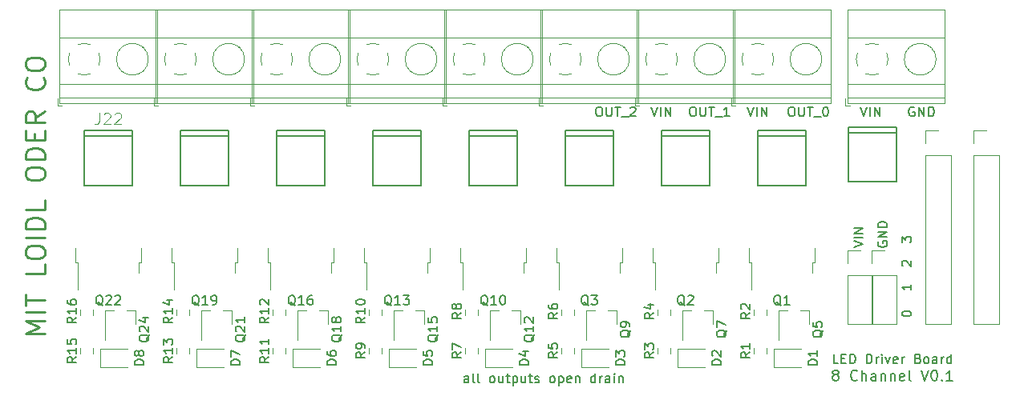
<source format=gbr>
G04 #@! TF.GenerationSoftware,KiCad,Pcbnew,(5.1.0-rc2-41-g6b3e9b0ed)*
G04 #@! TF.CreationDate,2020-04-23T19:15:03+02:00*
G04 #@! TF.ProjectId,LED_Driver,4c45445f-4472-4697-9665-722e6b696361,V0.1*
G04 #@! TF.SameCoordinates,Original*
G04 #@! TF.FileFunction,Legend,Top*
G04 #@! TF.FilePolarity,Positive*
%FSLAX46Y46*%
G04 Gerber Fmt 4.6, Leading zero omitted, Abs format (unit mm)*
G04 Created by KiCad (PCBNEW (5.1.0-rc2-41-g6b3e9b0ed)) date 2020-04-23 19:15:03*
%MOMM*%
%LPD*%
G04 APERTURE LIST*
%ADD10C,0.177800*%
%ADD11C,0.150000*%
%ADD12C,0.254000*%
%ADD13C,0.120000*%
G04 APERTURE END LIST*
D10*
X121133809Y-145154952D02*
X121027371Y-145101733D01*
X120974152Y-145048514D01*
X120920933Y-144942076D01*
X120920933Y-144888857D01*
X120974152Y-144782419D01*
X121027371Y-144729200D01*
X121133809Y-144675980D01*
X121346685Y-144675980D01*
X121453123Y-144729200D01*
X121506342Y-144782419D01*
X121559561Y-144888857D01*
X121559561Y-144942076D01*
X121506342Y-145048514D01*
X121453123Y-145101733D01*
X121346685Y-145154952D01*
X121133809Y-145154952D01*
X121027371Y-145208171D01*
X120974152Y-145261390D01*
X120920933Y-145367828D01*
X120920933Y-145580704D01*
X120974152Y-145687142D01*
X121027371Y-145740361D01*
X121133809Y-145793580D01*
X121346685Y-145793580D01*
X121453123Y-145740361D01*
X121506342Y-145687142D01*
X121559561Y-145580704D01*
X121559561Y-145367828D01*
X121506342Y-145261390D01*
X121453123Y-145208171D01*
X121346685Y-145154952D01*
X123528666Y-145687142D02*
X123475447Y-145740361D01*
X123315790Y-145793580D01*
X123209352Y-145793580D01*
X123049695Y-145740361D01*
X122943257Y-145633923D01*
X122890038Y-145527485D01*
X122836819Y-145314609D01*
X122836819Y-145154952D01*
X122890038Y-144942076D01*
X122943257Y-144835638D01*
X123049695Y-144729200D01*
X123209352Y-144675980D01*
X123315790Y-144675980D01*
X123475447Y-144729200D01*
X123528666Y-144782419D01*
X124007638Y-145793580D02*
X124007638Y-144675980D01*
X124486609Y-145793580D02*
X124486609Y-145208171D01*
X124433390Y-145101733D01*
X124326952Y-145048514D01*
X124167295Y-145048514D01*
X124060857Y-145101733D01*
X124007638Y-145154952D01*
X125497771Y-145793580D02*
X125497771Y-145208171D01*
X125444552Y-145101733D01*
X125338114Y-145048514D01*
X125125238Y-145048514D01*
X125018800Y-145101733D01*
X125497771Y-145740361D02*
X125391333Y-145793580D01*
X125125238Y-145793580D01*
X125018800Y-145740361D01*
X124965580Y-145633923D01*
X124965580Y-145527485D01*
X125018800Y-145421047D01*
X125125238Y-145367828D01*
X125391333Y-145367828D01*
X125497771Y-145314609D01*
X126029961Y-145048514D02*
X126029961Y-145793580D01*
X126029961Y-145154952D02*
X126083180Y-145101733D01*
X126189619Y-145048514D01*
X126349276Y-145048514D01*
X126455714Y-145101733D01*
X126508933Y-145208171D01*
X126508933Y-145793580D01*
X127041123Y-145048514D02*
X127041123Y-145793580D01*
X127041123Y-145154952D02*
X127094342Y-145101733D01*
X127200780Y-145048514D01*
X127360438Y-145048514D01*
X127466876Y-145101733D01*
X127520095Y-145208171D01*
X127520095Y-145793580D01*
X128478038Y-145740361D02*
X128371600Y-145793580D01*
X128158723Y-145793580D01*
X128052285Y-145740361D01*
X127999066Y-145633923D01*
X127999066Y-145208171D01*
X128052285Y-145101733D01*
X128158723Y-145048514D01*
X128371600Y-145048514D01*
X128478038Y-145101733D01*
X128531257Y-145208171D01*
X128531257Y-145314609D01*
X127999066Y-145421047D01*
X129169885Y-145793580D02*
X129063447Y-145740361D01*
X129010228Y-145633923D01*
X129010228Y-144675980D01*
X130287485Y-144675980D02*
X130660019Y-145793580D01*
X131032552Y-144675980D01*
X131617961Y-144675980D02*
X131724400Y-144675980D01*
X131830838Y-144729200D01*
X131884057Y-144782419D01*
X131937276Y-144888857D01*
X131990495Y-145101733D01*
X131990495Y-145367828D01*
X131937276Y-145580704D01*
X131884057Y-145687142D01*
X131830838Y-145740361D01*
X131724400Y-145793580D01*
X131617961Y-145793580D01*
X131511523Y-145740361D01*
X131458304Y-145687142D01*
X131405085Y-145580704D01*
X131351866Y-145367828D01*
X131351866Y-145101733D01*
X131405085Y-144888857D01*
X131458304Y-144782419D01*
X131511523Y-144729200D01*
X131617961Y-144675980D01*
X132469466Y-145687142D02*
X132522685Y-145740361D01*
X132469466Y-145793580D01*
X132416247Y-145740361D01*
X132469466Y-145687142D01*
X132469466Y-145793580D01*
X133587066Y-145793580D02*
X132948438Y-145793580D01*
X133267752Y-145793580D02*
X133267752Y-144675980D01*
X133161314Y-144835638D01*
X133054876Y-144942076D01*
X132948438Y-144995295D01*
D11*
X121515904Y-143962380D02*
X121039714Y-143962380D01*
X121039714Y-142962380D01*
X121849238Y-143438571D02*
X122182571Y-143438571D01*
X122325428Y-143962380D02*
X121849238Y-143962380D01*
X121849238Y-142962380D01*
X122325428Y-142962380D01*
X122754000Y-143962380D02*
X122754000Y-142962380D01*
X122992095Y-142962380D01*
X123134952Y-143010000D01*
X123230190Y-143105238D01*
X123277809Y-143200476D01*
X123325428Y-143390952D01*
X123325428Y-143533809D01*
X123277809Y-143724285D01*
X123230190Y-143819523D01*
X123134952Y-143914761D01*
X122992095Y-143962380D01*
X122754000Y-143962380D01*
X124515904Y-143962380D02*
X124515904Y-142962380D01*
X124754000Y-142962380D01*
X124896857Y-143010000D01*
X124992095Y-143105238D01*
X125039714Y-143200476D01*
X125087333Y-143390952D01*
X125087333Y-143533809D01*
X125039714Y-143724285D01*
X124992095Y-143819523D01*
X124896857Y-143914761D01*
X124754000Y-143962380D01*
X124515904Y-143962380D01*
X125515904Y-143962380D02*
X125515904Y-143295714D01*
X125515904Y-143486190D02*
X125563523Y-143390952D01*
X125611142Y-143343333D01*
X125706380Y-143295714D01*
X125801619Y-143295714D01*
X126134952Y-143962380D02*
X126134952Y-143295714D01*
X126134952Y-142962380D02*
X126087333Y-143010000D01*
X126134952Y-143057619D01*
X126182571Y-143010000D01*
X126134952Y-142962380D01*
X126134952Y-143057619D01*
X126515904Y-143295714D02*
X126754000Y-143962380D01*
X126992095Y-143295714D01*
X127754000Y-143914761D02*
X127658761Y-143962380D01*
X127468285Y-143962380D01*
X127373047Y-143914761D01*
X127325428Y-143819523D01*
X127325428Y-143438571D01*
X127373047Y-143343333D01*
X127468285Y-143295714D01*
X127658761Y-143295714D01*
X127754000Y-143343333D01*
X127801619Y-143438571D01*
X127801619Y-143533809D01*
X127325428Y-143629047D01*
X128230190Y-143962380D02*
X128230190Y-143295714D01*
X128230190Y-143486190D02*
X128277809Y-143390952D01*
X128325428Y-143343333D01*
X128420666Y-143295714D01*
X128515904Y-143295714D01*
X129944476Y-143438571D02*
X130087333Y-143486190D01*
X130134952Y-143533809D01*
X130182571Y-143629047D01*
X130182571Y-143771904D01*
X130134952Y-143867142D01*
X130087333Y-143914761D01*
X129992095Y-143962380D01*
X129611142Y-143962380D01*
X129611142Y-142962380D01*
X129944476Y-142962380D01*
X130039714Y-143010000D01*
X130087333Y-143057619D01*
X130134952Y-143152857D01*
X130134952Y-143248095D01*
X130087333Y-143343333D01*
X130039714Y-143390952D01*
X129944476Y-143438571D01*
X129611142Y-143438571D01*
X130754000Y-143962380D02*
X130658761Y-143914761D01*
X130611142Y-143867142D01*
X130563523Y-143771904D01*
X130563523Y-143486190D01*
X130611142Y-143390952D01*
X130658761Y-143343333D01*
X130754000Y-143295714D01*
X130896857Y-143295714D01*
X130992095Y-143343333D01*
X131039714Y-143390952D01*
X131087333Y-143486190D01*
X131087333Y-143771904D01*
X131039714Y-143867142D01*
X130992095Y-143914761D01*
X130896857Y-143962380D01*
X130754000Y-143962380D01*
X131944476Y-143962380D02*
X131944476Y-143438571D01*
X131896857Y-143343333D01*
X131801619Y-143295714D01*
X131611142Y-143295714D01*
X131515904Y-143343333D01*
X131944476Y-143914761D02*
X131849238Y-143962380D01*
X131611142Y-143962380D01*
X131515904Y-143914761D01*
X131468285Y-143819523D01*
X131468285Y-143724285D01*
X131515904Y-143629047D01*
X131611142Y-143581428D01*
X131849238Y-143581428D01*
X131944476Y-143533809D01*
X132420666Y-143962380D02*
X132420666Y-143295714D01*
X132420666Y-143486190D02*
X132468285Y-143390952D01*
X132515904Y-143343333D01*
X132611142Y-143295714D01*
X132706380Y-143295714D01*
X133468285Y-143962380D02*
X133468285Y-142962380D01*
X133468285Y-143914761D02*
X133373047Y-143962380D01*
X133182571Y-143962380D01*
X133087333Y-143914761D01*
X133039714Y-143867142D01*
X132992095Y-143771904D01*
X132992095Y-143486190D01*
X133039714Y-143390952D01*
X133087333Y-143343333D01*
X133182571Y-143295714D01*
X133373047Y-143295714D01*
X133468285Y-143343333D01*
D12*
X37749238Y-140800666D02*
X35717238Y-140800666D01*
X37168666Y-140123333D01*
X35717238Y-139446000D01*
X37749238Y-139446000D01*
X37749238Y-138478380D02*
X35717238Y-138478380D01*
X35717238Y-137801047D02*
X35717238Y-136639904D01*
X37749238Y-137220476D02*
X35717238Y-137220476D01*
X37749238Y-133446761D02*
X37749238Y-134414380D01*
X35717238Y-134414380D01*
X35717238Y-132382380D02*
X35717238Y-131995333D01*
X35814000Y-131801809D01*
X36007523Y-131608285D01*
X36394571Y-131511523D01*
X37071904Y-131511523D01*
X37458952Y-131608285D01*
X37652476Y-131801809D01*
X37749238Y-131995333D01*
X37749238Y-132382380D01*
X37652476Y-132575904D01*
X37458952Y-132769428D01*
X37071904Y-132866190D01*
X36394571Y-132866190D01*
X36007523Y-132769428D01*
X35814000Y-132575904D01*
X35717238Y-132382380D01*
X37749238Y-130640666D02*
X35717238Y-130640666D01*
X37749238Y-129673047D02*
X35717238Y-129673047D01*
X35717238Y-129189238D01*
X35814000Y-128898952D01*
X36007523Y-128705428D01*
X36201047Y-128608666D01*
X36588095Y-128511904D01*
X36878380Y-128511904D01*
X37265428Y-128608666D01*
X37458952Y-128705428D01*
X37652476Y-128898952D01*
X37749238Y-129189238D01*
X37749238Y-129673047D01*
X37749238Y-126673428D02*
X37749238Y-127641047D01*
X35717238Y-127641047D01*
X35717238Y-124060857D02*
X35717238Y-123673809D01*
X35814000Y-123480285D01*
X36007523Y-123286761D01*
X36394571Y-123190000D01*
X37071904Y-123190000D01*
X37458952Y-123286761D01*
X37652476Y-123480285D01*
X37749238Y-123673809D01*
X37749238Y-124060857D01*
X37652476Y-124254380D01*
X37458952Y-124447904D01*
X37071904Y-124544666D01*
X36394571Y-124544666D01*
X36007523Y-124447904D01*
X35814000Y-124254380D01*
X35717238Y-124060857D01*
X37749238Y-122319142D02*
X35717238Y-122319142D01*
X35717238Y-121835333D01*
X35814000Y-121545047D01*
X36007523Y-121351523D01*
X36201047Y-121254761D01*
X36588095Y-121158000D01*
X36878380Y-121158000D01*
X37265428Y-121254761D01*
X37458952Y-121351523D01*
X37652476Y-121545047D01*
X37749238Y-121835333D01*
X37749238Y-122319142D01*
X36684857Y-120287142D02*
X36684857Y-119609809D01*
X37749238Y-119319523D02*
X37749238Y-120287142D01*
X35717238Y-120287142D01*
X35717238Y-119319523D01*
X37749238Y-117287523D02*
X36781619Y-117964857D01*
X37749238Y-118448666D02*
X35717238Y-118448666D01*
X35717238Y-117674571D01*
X35814000Y-117481047D01*
X35910761Y-117384285D01*
X36104285Y-117287523D01*
X36394571Y-117287523D01*
X36588095Y-117384285D01*
X36684857Y-117481047D01*
X36781619Y-117674571D01*
X36781619Y-118448666D01*
X37555714Y-113707333D02*
X37652476Y-113804095D01*
X37749238Y-114094380D01*
X37749238Y-114287904D01*
X37652476Y-114578190D01*
X37458952Y-114771714D01*
X37265428Y-114868476D01*
X36878380Y-114965238D01*
X36588095Y-114965238D01*
X36201047Y-114868476D01*
X36007523Y-114771714D01*
X35814000Y-114578190D01*
X35717238Y-114287904D01*
X35717238Y-114094380D01*
X35814000Y-113804095D01*
X35910761Y-113707333D01*
X35717238Y-112449428D02*
X35717238Y-112062380D01*
X35814000Y-111868857D01*
X36007523Y-111675333D01*
X36394571Y-111578571D01*
X37071904Y-111578571D01*
X37458952Y-111675333D01*
X37652476Y-111868857D01*
X37749238Y-112062380D01*
X37749238Y-112449428D01*
X37652476Y-112642952D01*
X37458952Y-112836476D01*
X37071904Y-112933238D01*
X36394571Y-112933238D01*
X36007523Y-112836476D01*
X35814000Y-112642952D01*
X35717238Y-112449428D01*
D11*
X128230380Y-131143333D02*
X128230380Y-130524285D01*
X128611333Y-130857619D01*
X128611333Y-130714761D01*
X128658952Y-130619523D01*
X128706571Y-130571904D01*
X128801809Y-130524285D01*
X129039904Y-130524285D01*
X129135142Y-130571904D01*
X129182761Y-130619523D01*
X129230380Y-130714761D01*
X129230380Y-131000476D01*
X129182761Y-131095714D01*
X129135142Y-131143333D01*
X128325619Y-133635714D02*
X128278000Y-133588095D01*
X128230380Y-133492857D01*
X128230380Y-133254761D01*
X128278000Y-133159523D01*
X128325619Y-133111904D01*
X128420857Y-133064285D01*
X128516095Y-133064285D01*
X128658952Y-133111904D01*
X129230380Y-133683333D01*
X129230380Y-133064285D01*
X129230380Y-135604285D02*
X129230380Y-136175714D01*
X129230380Y-135890000D02*
X128230380Y-135890000D01*
X128373238Y-135985238D01*
X128468476Y-136080476D01*
X128516095Y-136175714D01*
X128230380Y-138731619D02*
X128230380Y-138636380D01*
X128278000Y-138541142D01*
X128325619Y-138493523D01*
X128420857Y-138445904D01*
X128611333Y-138398285D01*
X128849428Y-138398285D01*
X129039904Y-138445904D01*
X129135142Y-138493523D01*
X129182761Y-138541142D01*
X129230380Y-138636380D01*
X129230380Y-138731619D01*
X129182761Y-138826857D01*
X129135142Y-138874476D01*
X129039904Y-138922095D01*
X128849428Y-138969714D01*
X128611333Y-138969714D01*
X128420857Y-138922095D01*
X128325619Y-138874476D01*
X128278000Y-138826857D01*
X128230380Y-138731619D01*
X125738000Y-131063904D02*
X125690380Y-131159142D01*
X125690380Y-131302000D01*
X125738000Y-131444857D01*
X125833238Y-131540095D01*
X125928476Y-131587714D01*
X126118952Y-131635333D01*
X126261809Y-131635333D01*
X126452285Y-131587714D01*
X126547523Y-131540095D01*
X126642761Y-131444857D01*
X126690380Y-131302000D01*
X126690380Y-131206761D01*
X126642761Y-131063904D01*
X126595142Y-131016285D01*
X126261809Y-131016285D01*
X126261809Y-131206761D01*
X126690380Y-130587714D02*
X125690380Y-130587714D01*
X126690380Y-130016285D01*
X125690380Y-130016285D01*
X126690380Y-129540095D02*
X125690380Y-129540095D01*
X125690380Y-129302000D01*
X125738000Y-129159142D01*
X125833238Y-129063904D01*
X125928476Y-129016285D01*
X126118952Y-128968666D01*
X126261809Y-128968666D01*
X126452285Y-129016285D01*
X126547523Y-129063904D01*
X126642761Y-129159142D01*
X126690380Y-129302000D01*
X126690380Y-129540095D01*
X123150380Y-131651238D02*
X124150380Y-131317904D01*
X123150380Y-130984571D01*
X124150380Y-130651238D02*
X123150380Y-130651238D01*
X124150380Y-130175047D02*
X123150380Y-130175047D01*
X124150380Y-129603619D01*
X123150380Y-129603619D01*
X116506857Y-116800380D02*
X116697333Y-116800380D01*
X116792571Y-116848000D01*
X116887809Y-116943238D01*
X116935428Y-117133714D01*
X116935428Y-117467047D01*
X116887809Y-117657523D01*
X116792571Y-117752761D01*
X116697333Y-117800380D01*
X116506857Y-117800380D01*
X116411619Y-117752761D01*
X116316380Y-117657523D01*
X116268761Y-117467047D01*
X116268761Y-117133714D01*
X116316380Y-116943238D01*
X116411619Y-116848000D01*
X116506857Y-116800380D01*
X117364000Y-116800380D02*
X117364000Y-117609904D01*
X117411619Y-117705142D01*
X117459238Y-117752761D01*
X117554476Y-117800380D01*
X117744952Y-117800380D01*
X117840190Y-117752761D01*
X117887809Y-117705142D01*
X117935428Y-117609904D01*
X117935428Y-116800380D01*
X118268761Y-116800380D02*
X118840190Y-116800380D01*
X118554476Y-117800380D02*
X118554476Y-116800380D01*
X118935428Y-117895619D02*
X119697333Y-117895619D01*
X120125904Y-116800380D02*
X120221142Y-116800380D01*
X120316380Y-116848000D01*
X120364000Y-116895619D01*
X120411619Y-116990857D01*
X120459238Y-117181333D01*
X120459238Y-117419428D01*
X120411619Y-117609904D01*
X120364000Y-117705142D01*
X120316380Y-117752761D01*
X120221142Y-117800380D01*
X120125904Y-117800380D01*
X120030666Y-117752761D01*
X119983047Y-117705142D01*
X119935428Y-117609904D01*
X119887809Y-117419428D01*
X119887809Y-117181333D01*
X119935428Y-116990857D01*
X119983047Y-116895619D01*
X120030666Y-116848000D01*
X120125904Y-116800380D01*
X106092857Y-116800380D02*
X106283333Y-116800380D01*
X106378571Y-116848000D01*
X106473809Y-116943238D01*
X106521428Y-117133714D01*
X106521428Y-117467047D01*
X106473809Y-117657523D01*
X106378571Y-117752761D01*
X106283333Y-117800380D01*
X106092857Y-117800380D01*
X105997619Y-117752761D01*
X105902380Y-117657523D01*
X105854761Y-117467047D01*
X105854761Y-117133714D01*
X105902380Y-116943238D01*
X105997619Y-116848000D01*
X106092857Y-116800380D01*
X106950000Y-116800380D02*
X106950000Y-117609904D01*
X106997619Y-117705142D01*
X107045238Y-117752761D01*
X107140476Y-117800380D01*
X107330952Y-117800380D01*
X107426190Y-117752761D01*
X107473809Y-117705142D01*
X107521428Y-117609904D01*
X107521428Y-116800380D01*
X107854761Y-116800380D02*
X108426190Y-116800380D01*
X108140476Y-117800380D02*
X108140476Y-116800380D01*
X108521428Y-117895619D02*
X109283333Y-117895619D01*
X110045238Y-117800380D02*
X109473809Y-117800380D01*
X109759523Y-117800380D02*
X109759523Y-116800380D01*
X109664285Y-116943238D01*
X109569047Y-117038476D01*
X109473809Y-117086095D01*
X96186857Y-116800380D02*
X96377333Y-116800380D01*
X96472571Y-116848000D01*
X96567809Y-116943238D01*
X96615428Y-117133714D01*
X96615428Y-117467047D01*
X96567809Y-117657523D01*
X96472571Y-117752761D01*
X96377333Y-117800380D01*
X96186857Y-117800380D01*
X96091619Y-117752761D01*
X95996380Y-117657523D01*
X95948761Y-117467047D01*
X95948761Y-117133714D01*
X95996380Y-116943238D01*
X96091619Y-116848000D01*
X96186857Y-116800380D01*
X97044000Y-116800380D02*
X97044000Y-117609904D01*
X97091619Y-117705142D01*
X97139238Y-117752761D01*
X97234476Y-117800380D01*
X97424952Y-117800380D01*
X97520190Y-117752761D01*
X97567809Y-117705142D01*
X97615428Y-117609904D01*
X97615428Y-116800380D01*
X97948761Y-116800380D02*
X98520190Y-116800380D01*
X98234476Y-117800380D02*
X98234476Y-116800380D01*
X98615428Y-117895619D02*
X99377333Y-117895619D01*
X99567809Y-116895619D02*
X99615428Y-116848000D01*
X99710666Y-116800380D01*
X99948761Y-116800380D01*
X100044000Y-116848000D01*
X100091619Y-116895619D01*
X100139238Y-116990857D01*
X100139238Y-117086095D01*
X100091619Y-117228952D01*
X99520190Y-117800380D01*
X100139238Y-117800380D01*
X101774761Y-116800380D02*
X102108095Y-117800380D01*
X102441428Y-116800380D01*
X102774761Y-117800380D02*
X102774761Y-116800380D01*
X103250952Y-117800380D02*
X103250952Y-116800380D01*
X103822380Y-117800380D01*
X103822380Y-116800380D01*
X111934761Y-116800380D02*
X112268095Y-117800380D01*
X112601428Y-116800380D01*
X112934761Y-117800380D02*
X112934761Y-116800380D01*
X113410952Y-117800380D02*
X113410952Y-116800380D01*
X113982380Y-117800380D01*
X113982380Y-116800380D01*
X129540095Y-116848000D02*
X129444857Y-116800380D01*
X129302000Y-116800380D01*
X129159142Y-116848000D01*
X129063904Y-116943238D01*
X129016285Y-117038476D01*
X128968666Y-117228952D01*
X128968666Y-117371809D01*
X129016285Y-117562285D01*
X129063904Y-117657523D01*
X129159142Y-117752761D01*
X129302000Y-117800380D01*
X129397238Y-117800380D01*
X129540095Y-117752761D01*
X129587714Y-117705142D01*
X129587714Y-117371809D01*
X129397238Y-117371809D01*
X130016285Y-117800380D02*
X130016285Y-116800380D01*
X130587714Y-117800380D01*
X130587714Y-116800380D01*
X131063904Y-117800380D02*
X131063904Y-116800380D01*
X131302000Y-116800380D01*
X131444857Y-116848000D01*
X131540095Y-116943238D01*
X131587714Y-117038476D01*
X131635333Y-117228952D01*
X131635333Y-117371809D01*
X131587714Y-117562285D01*
X131540095Y-117657523D01*
X131444857Y-117752761D01*
X131302000Y-117800380D01*
X131063904Y-117800380D01*
X123872761Y-116800380D02*
X124206095Y-117800380D01*
X124539428Y-116800380D01*
X124872761Y-117800380D02*
X124872761Y-116800380D01*
X125348952Y-117800380D02*
X125348952Y-116800380D01*
X125920380Y-117800380D01*
X125920380Y-116800380D01*
X82495428Y-145994380D02*
X82495428Y-145470571D01*
X82447809Y-145375333D01*
X82352571Y-145327714D01*
X82162095Y-145327714D01*
X82066857Y-145375333D01*
X82495428Y-145946761D02*
X82400190Y-145994380D01*
X82162095Y-145994380D01*
X82066857Y-145946761D01*
X82019238Y-145851523D01*
X82019238Y-145756285D01*
X82066857Y-145661047D01*
X82162095Y-145613428D01*
X82400190Y-145613428D01*
X82495428Y-145565809D01*
X83114476Y-145994380D02*
X83019238Y-145946761D01*
X82971619Y-145851523D01*
X82971619Y-144994380D01*
X83638285Y-145994380D02*
X83543047Y-145946761D01*
X83495428Y-145851523D01*
X83495428Y-144994380D01*
X84924000Y-145994380D02*
X84828761Y-145946761D01*
X84781142Y-145899142D01*
X84733523Y-145803904D01*
X84733523Y-145518190D01*
X84781142Y-145422952D01*
X84828761Y-145375333D01*
X84924000Y-145327714D01*
X85066857Y-145327714D01*
X85162095Y-145375333D01*
X85209714Y-145422952D01*
X85257333Y-145518190D01*
X85257333Y-145803904D01*
X85209714Y-145899142D01*
X85162095Y-145946761D01*
X85066857Y-145994380D01*
X84924000Y-145994380D01*
X86114476Y-145327714D02*
X86114476Y-145994380D01*
X85685904Y-145327714D02*
X85685904Y-145851523D01*
X85733523Y-145946761D01*
X85828761Y-145994380D01*
X85971619Y-145994380D01*
X86066857Y-145946761D01*
X86114476Y-145899142D01*
X86447809Y-145327714D02*
X86828761Y-145327714D01*
X86590666Y-144994380D02*
X86590666Y-145851523D01*
X86638285Y-145946761D01*
X86733523Y-145994380D01*
X86828761Y-145994380D01*
X87162095Y-145327714D02*
X87162095Y-146327714D01*
X87162095Y-145375333D02*
X87257333Y-145327714D01*
X87447809Y-145327714D01*
X87543047Y-145375333D01*
X87590666Y-145422952D01*
X87638285Y-145518190D01*
X87638285Y-145803904D01*
X87590666Y-145899142D01*
X87543047Y-145946761D01*
X87447809Y-145994380D01*
X87257333Y-145994380D01*
X87162095Y-145946761D01*
X88495428Y-145327714D02*
X88495428Y-145994380D01*
X88066857Y-145327714D02*
X88066857Y-145851523D01*
X88114476Y-145946761D01*
X88209714Y-145994380D01*
X88352571Y-145994380D01*
X88447809Y-145946761D01*
X88495428Y-145899142D01*
X88828761Y-145327714D02*
X89209714Y-145327714D01*
X88971619Y-144994380D02*
X88971619Y-145851523D01*
X89019238Y-145946761D01*
X89114476Y-145994380D01*
X89209714Y-145994380D01*
X89495428Y-145946761D02*
X89590666Y-145994380D01*
X89781142Y-145994380D01*
X89876380Y-145946761D01*
X89924000Y-145851523D01*
X89924000Y-145803904D01*
X89876380Y-145708666D01*
X89781142Y-145661047D01*
X89638285Y-145661047D01*
X89543047Y-145613428D01*
X89495428Y-145518190D01*
X89495428Y-145470571D01*
X89543047Y-145375333D01*
X89638285Y-145327714D01*
X89781142Y-145327714D01*
X89876380Y-145375333D01*
X91257333Y-145994380D02*
X91162095Y-145946761D01*
X91114476Y-145899142D01*
X91066857Y-145803904D01*
X91066857Y-145518190D01*
X91114476Y-145422952D01*
X91162095Y-145375333D01*
X91257333Y-145327714D01*
X91400190Y-145327714D01*
X91495428Y-145375333D01*
X91543047Y-145422952D01*
X91590666Y-145518190D01*
X91590666Y-145803904D01*
X91543047Y-145899142D01*
X91495428Y-145946761D01*
X91400190Y-145994380D01*
X91257333Y-145994380D01*
X92019238Y-145327714D02*
X92019238Y-146327714D01*
X92019238Y-145375333D02*
X92114476Y-145327714D01*
X92304952Y-145327714D01*
X92400190Y-145375333D01*
X92447809Y-145422952D01*
X92495428Y-145518190D01*
X92495428Y-145803904D01*
X92447809Y-145899142D01*
X92400190Y-145946761D01*
X92304952Y-145994380D01*
X92114476Y-145994380D01*
X92019238Y-145946761D01*
X93304952Y-145946761D02*
X93209714Y-145994380D01*
X93019238Y-145994380D01*
X92924000Y-145946761D01*
X92876380Y-145851523D01*
X92876380Y-145470571D01*
X92924000Y-145375333D01*
X93019238Y-145327714D01*
X93209714Y-145327714D01*
X93304952Y-145375333D01*
X93352571Y-145470571D01*
X93352571Y-145565809D01*
X92876380Y-145661047D01*
X93781142Y-145327714D02*
X93781142Y-145994380D01*
X93781142Y-145422952D02*
X93828761Y-145375333D01*
X93924000Y-145327714D01*
X94066857Y-145327714D01*
X94162095Y-145375333D01*
X94209714Y-145470571D01*
X94209714Y-145994380D01*
X95876380Y-145994380D02*
X95876380Y-144994380D01*
X95876380Y-145946761D02*
X95781142Y-145994380D01*
X95590666Y-145994380D01*
X95495428Y-145946761D01*
X95447809Y-145899142D01*
X95400190Y-145803904D01*
X95400190Y-145518190D01*
X95447809Y-145422952D01*
X95495428Y-145375333D01*
X95590666Y-145327714D01*
X95781142Y-145327714D01*
X95876380Y-145375333D01*
X96352571Y-145994380D02*
X96352571Y-145327714D01*
X96352571Y-145518190D02*
X96400190Y-145422952D01*
X96447809Y-145375333D01*
X96543047Y-145327714D01*
X96638285Y-145327714D01*
X97400190Y-145994380D02*
X97400190Y-145470571D01*
X97352571Y-145375333D01*
X97257333Y-145327714D01*
X97066857Y-145327714D01*
X96971619Y-145375333D01*
X97400190Y-145946761D02*
X97304952Y-145994380D01*
X97066857Y-145994380D01*
X96971619Y-145946761D01*
X96924000Y-145851523D01*
X96924000Y-145756285D01*
X96971619Y-145661047D01*
X97066857Y-145613428D01*
X97304952Y-145613428D01*
X97400190Y-145565809D01*
X97876380Y-145994380D02*
X97876380Y-145327714D01*
X97876380Y-144994380D02*
X97828761Y-145042000D01*
X97876380Y-145089619D01*
X97924000Y-145042000D01*
X97876380Y-144994380D01*
X97876380Y-145089619D01*
X98352571Y-145327714D02*
X98352571Y-145994380D01*
X98352571Y-145422952D02*
X98400190Y-145375333D01*
X98495428Y-145327714D01*
X98638285Y-145327714D01*
X98733523Y-145375333D01*
X98781142Y-145470571D01*
X98781142Y-145994380D01*
D13*
X41454000Y-138295748D02*
X41454000Y-138818252D01*
X42874000Y-138295748D02*
X42874000Y-138818252D01*
X41454000Y-142359748D02*
X41454000Y-142882252D01*
X42874000Y-142359748D02*
X42874000Y-142882252D01*
X51614000Y-138295748D02*
X51614000Y-138818252D01*
X53034000Y-138295748D02*
X53034000Y-138818252D01*
X51614000Y-142359748D02*
X51614000Y-142882252D01*
X53034000Y-142359748D02*
X53034000Y-142882252D01*
X61774000Y-138295748D02*
X61774000Y-138818252D01*
X63194000Y-138295748D02*
X63194000Y-138818252D01*
X61774000Y-142359748D02*
X61774000Y-142882252D01*
X63194000Y-142359748D02*
X63194000Y-142882252D01*
X71934000Y-138295748D02*
X71934000Y-138818252D01*
X73354000Y-138295748D02*
X73354000Y-138818252D01*
X71934000Y-142359748D02*
X71934000Y-142882252D01*
X73354000Y-142359748D02*
X73354000Y-142882252D01*
X47300000Y-138305000D02*
X47300000Y-139765000D01*
X44140000Y-138305000D02*
X44140000Y-141465000D01*
X44140000Y-138305000D02*
X45070000Y-138305000D01*
X47300000Y-138305000D02*
X46370000Y-138305000D01*
X47630000Y-133280000D02*
X47630000Y-134380000D01*
X47900000Y-133280000D02*
X47630000Y-133280000D01*
X47900000Y-131780000D02*
X47900000Y-133280000D01*
X41270000Y-133280000D02*
X41270000Y-136110000D01*
X41000000Y-133280000D02*
X41270000Y-133280000D01*
X41000000Y-131780000D02*
X41000000Y-133280000D01*
X57460000Y-138305000D02*
X57460000Y-139765000D01*
X54300000Y-138305000D02*
X54300000Y-141465000D01*
X54300000Y-138305000D02*
X55230000Y-138305000D01*
X57460000Y-138305000D02*
X56530000Y-138305000D01*
X57790000Y-133280000D02*
X57790000Y-134380000D01*
X58060000Y-133280000D02*
X57790000Y-133280000D01*
X58060000Y-131780000D02*
X58060000Y-133280000D01*
X51430000Y-133280000D02*
X51430000Y-136110000D01*
X51160000Y-133280000D02*
X51430000Y-133280000D01*
X51160000Y-131780000D02*
X51160000Y-133280000D01*
X67620000Y-138305000D02*
X67620000Y-139765000D01*
X64460000Y-138305000D02*
X64460000Y-141465000D01*
X64460000Y-138305000D02*
X65390000Y-138305000D01*
X67620000Y-138305000D02*
X66690000Y-138305000D01*
X67950000Y-133280000D02*
X67950000Y-134380000D01*
X68220000Y-133280000D02*
X67950000Y-133280000D01*
X68220000Y-131780000D02*
X68220000Y-133280000D01*
X61590000Y-133280000D02*
X61590000Y-136110000D01*
X61320000Y-133280000D02*
X61590000Y-133280000D01*
X61320000Y-131780000D02*
X61320000Y-133280000D01*
X77780000Y-138305000D02*
X77780000Y-139765000D01*
X74620000Y-138305000D02*
X74620000Y-141465000D01*
X74620000Y-138305000D02*
X75550000Y-138305000D01*
X77780000Y-138305000D02*
X76850000Y-138305000D01*
X78110000Y-133280000D02*
X78110000Y-134380000D01*
X78380000Y-133280000D02*
X78110000Y-133280000D01*
X78380000Y-131780000D02*
X78380000Y-133280000D01*
X71750000Y-133280000D02*
X71750000Y-136110000D01*
X71480000Y-133280000D02*
X71750000Y-133280000D01*
X71480000Y-131780000D02*
X71480000Y-133280000D01*
D11*
X41910000Y-125120000D02*
X41910000Y-119320000D01*
X46990000Y-125120000D02*
X41910000Y-125120000D01*
X46990000Y-119320000D02*
X46990000Y-125120000D01*
X41910000Y-119320000D02*
X46990000Y-119320000D01*
X41950000Y-119920000D02*
X46950000Y-119920000D01*
D13*
X39070000Y-116660000D02*
X39570000Y-116660000D01*
X39070000Y-115920000D02*
X39070000Y-116660000D01*
X45763000Y-112783000D02*
X45716000Y-112829000D01*
X48060000Y-110485000D02*
X48025000Y-110521000D01*
X45956000Y-112999000D02*
X45921000Y-113034000D01*
X48265000Y-110691000D02*
X48218000Y-110737000D01*
X49590000Y-106499000D02*
X49590000Y-116420000D01*
X39310000Y-106499000D02*
X39310000Y-116420000D01*
X39310000Y-116420000D02*
X49590000Y-116420000D01*
X39310000Y-106499000D02*
X49590000Y-106499000D01*
X39310000Y-109459000D02*
X49590000Y-109459000D01*
X39310000Y-114360000D02*
X49590000Y-114360000D01*
X39310000Y-115860000D02*
X49590000Y-115860000D01*
X48670000Y-111760000D02*
G75*
G03X48670000Y-111760000I-1680000J0D01*
G01*
X41938805Y-113440253D02*
G75*
G02X41226000Y-113295000I-28805J1680253D01*
G01*
X40374574Y-112443042D02*
G75*
G02X40375000Y-111076000I1535426J683042D01*
G01*
X41226958Y-110224574D02*
G75*
G02X42594000Y-110225000I683042J-1535426D01*
G01*
X43445426Y-111076958D02*
G75*
G02X43445000Y-112444000I-1535426J-683042D01*
G01*
X42593318Y-113294756D02*
G75*
G02X41910000Y-113440000I-683318J1534756D01*
G01*
D11*
X52070000Y-125120000D02*
X52070000Y-119320000D01*
X57150000Y-125120000D02*
X52070000Y-125120000D01*
X57150000Y-119320000D02*
X57150000Y-125120000D01*
X52070000Y-119320000D02*
X57150000Y-119320000D01*
X52110000Y-119920000D02*
X57110000Y-119920000D01*
D13*
X49230000Y-116660000D02*
X49730000Y-116660000D01*
X49230000Y-115920000D02*
X49230000Y-116660000D01*
X55923000Y-112783000D02*
X55876000Y-112829000D01*
X58220000Y-110485000D02*
X58185000Y-110521000D01*
X56116000Y-112999000D02*
X56081000Y-113034000D01*
X58425000Y-110691000D02*
X58378000Y-110737000D01*
X59750000Y-106499000D02*
X59750000Y-116420000D01*
X49470000Y-106499000D02*
X49470000Y-116420000D01*
X49470000Y-116420000D02*
X59750000Y-116420000D01*
X49470000Y-106499000D02*
X59750000Y-106499000D01*
X49470000Y-109459000D02*
X59750000Y-109459000D01*
X49470000Y-114360000D02*
X59750000Y-114360000D01*
X49470000Y-115860000D02*
X59750000Y-115860000D01*
X58830000Y-111760000D02*
G75*
G03X58830000Y-111760000I-1680000J0D01*
G01*
X52098805Y-113440253D02*
G75*
G02X51386000Y-113295000I-28805J1680253D01*
G01*
X50534574Y-112443042D02*
G75*
G02X50535000Y-111076000I1535426J683042D01*
G01*
X51386958Y-110224574D02*
G75*
G02X52754000Y-110225000I683042J-1535426D01*
G01*
X53605426Y-111076958D02*
G75*
G02X53605000Y-112444000I-1535426J-683042D01*
G01*
X52753318Y-113294756D02*
G75*
G02X52070000Y-113440000I-683318J1534756D01*
G01*
D11*
X62230000Y-125120000D02*
X62230000Y-119320000D01*
X67310000Y-125120000D02*
X62230000Y-125120000D01*
X67310000Y-119320000D02*
X67310000Y-125120000D01*
X62230000Y-119320000D02*
X67310000Y-119320000D01*
X62270000Y-119920000D02*
X67270000Y-119920000D01*
D13*
X59390000Y-116660000D02*
X59890000Y-116660000D01*
X59390000Y-115920000D02*
X59390000Y-116660000D01*
X66083000Y-112783000D02*
X66036000Y-112829000D01*
X68380000Y-110485000D02*
X68345000Y-110521000D01*
X66276000Y-112999000D02*
X66241000Y-113034000D01*
X68585000Y-110691000D02*
X68538000Y-110737000D01*
X69910000Y-106499000D02*
X69910000Y-116420000D01*
X59630000Y-106499000D02*
X59630000Y-116420000D01*
X59630000Y-116420000D02*
X69910000Y-116420000D01*
X59630000Y-106499000D02*
X69910000Y-106499000D01*
X59630000Y-109459000D02*
X69910000Y-109459000D01*
X59630000Y-114360000D02*
X69910000Y-114360000D01*
X59630000Y-115860000D02*
X69910000Y-115860000D01*
X68990000Y-111760000D02*
G75*
G03X68990000Y-111760000I-1680000J0D01*
G01*
X62258805Y-113440253D02*
G75*
G02X61546000Y-113295000I-28805J1680253D01*
G01*
X60694574Y-112443042D02*
G75*
G02X60695000Y-111076000I1535426J683042D01*
G01*
X61546958Y-110224574D02*
G75*
G02X62914000Y-110225000I683042J-1535426D01*
G01*
X63765426Y-111076958D02*
G75*
G02X63765000Y-112444000I-1535426J-683042D01*
G01*
X62913318Y-113294756D02*
G75*
G02X62230000Y-113440000I-683318J1534756D01*
G01*
D11*
X72390000Y-125120000D02*
X72390000Y-119320000D01*
X77470000Y-125120000D02*
X72390000Y-125120000D01*
X77470000Y-119320000D02*
X77470000Y-125120000D01*
X72390000Y-119320000D02*
X77470000Y-119320000D01*
X72430000Y-119920000D02*
X77430000Y-119920000D01*
D13*
X69550000Y-116660000D02*
X70050000Y-116660000D01*
X69550000Y-115920000D02*
X69550000Y-116660000D01*
X76243000Y-112783000D02*
X76196000Y-112829000D01*
X78540000Y-110485000D02*
X78505000Y-110521000D01*
X76436000Y-112999000D02*
X76401000Y-113034000D01*
X78745000Y-110691000D02*
X78698000Y-110737000D01*
X80070000Y-106499000D02*
X80070000Y-116420000D01*
X69790000Y-106499000D02*
X69790000Y-116420000D01*
X69790000Y-116420000D02*
X80070000Y-116420000D01*
X69790000Y-106499000D02*
X80070000Y-106499000D01*
X69790000Y-109459000D02*
X80070000Y-109459000D01*
X69790000Y-114360000D02*
X80070000Y-114360000D01*
X69790000Y-115860000D02*
X80070000Y-115860000D01*
X79150000Y-111760000D02*
G75*
G03X79150000Y-111760000I-1680000J0D01*
G01*
X72418805Y-113440253D02*
G75*
G02X71706000Y-113295000I-28805J1680253D01*
G01*
X70854574Y-112443042D02*
G75*
G02X70855000Y-111076000I1535426J683042D01*
G01*
X71706958Y-110224574D02*
G75*
G02X73074000Y-110225000I683042J-1535426D01*
G01*
X73925426Y-111076958D02*
G75*
G02X73925000Y-112444000I-1535426J-683042D01*
G01*
X73073318Y-113294756D02*
G75*
G02X72390000Y-113440000I-683318J1534756D01*
G01*
X135830000Y-119320000D02*
X137160000Y-119320000D01*
X135830000Y-120650000D02*
X135830000Y-119320000D01*
X135830000Y-121920000D02*
X138490000Y-121920000D01*
X138490000Y-121920000D02*
X138490000Y-139760000D01*
X135830000Y-121920000D02*
X135830000Y-139760000D01*
X135830000Y-139760000D02*
X138490000Y-139760000D01*
X130750000Y-119320000D02*
X132080000Y-119320000D01*
X130750000Y-120650000D02*
X130750000Y-119320000D01*
X130750000Y-121920000D02*
X133410000Y-121920000D01*
X133410000Y-121920000D02*
X133410000Y-139760000D01*
X130750000Y-121920000D02*
X130750000Y-139760000D01*
X130750000Y-139760000D02*
X133410000Y-139760000D01*
X43606000Y-144343000D02*
X46466000Y-144343000D01*
X43606000Y-142423000D02*
X43606000Y-144343000D01*
X46466000Y-142423000D02*
X43606000Y-142423000D01*
X53766000Y-144343000D02*
X56626000Y-144343000D01*
X53766000Y-142423000D02*
X53766000Y-144343000D01*
X56626000Y-142423000D02*
X53766000Y-142423000D01*
X63926000Y-144343000D02*
X66786000Y-144343000D01*
X63926000Y-142423000D02*
X63926000Y-144343000D01*
X66786000Y-142423000D02*
X63926000Y-142423000D01*
X74086000Y-144343000D02*
X76946000Y-144343000D01*
X74086000Y-142423000D02*
X74086000Y-144343000D01*
X76946000Y-142423000D02*
X74086000Y-142423000D01*
X82094000Y-138295748D02*
X82094000Y-138818252D01*
X83514000Y-138295748D02*
X83514000Y-138818252D01*
X82094000Y-142359748D02*
X82094000Y-142882252D01*
X83514000Y-142359748D02*
X83514000Y-142882252D01*
X87940000Y-138305000D02*
X87940000Y-139765000D01*
X84780000Y-138305000D02*
X84780000Y-141465000D01*
X84780000Y-138305000D02*
X85710000Y-138305000D01*
X87940000Y-138305000D02*
X87010000Y-138305000D01*
X88270000Y-133280000D02*
X88270000Y-134380000D01*
X88540000Y-133280000D02*
X88270000Y-133280000D01*
X88540000Y-131780000D02*
X88540000Y-133280000D01*
X81910000Y-133280000D02*
X81910000Y-136110000D01*
X81640000Y-133280000D02*
X81910000Y-133280000D01*
X81640000Y-131780000D02*
X81640000Y-133280000D01*
D11*
X82550000Y-125120000D02*
X82550000Y-119320000D01*
X87630000Y-125120000D02*
X82550000Y-125120000D01*
X87630000Y-119320000D02*
X87630000Y-125120000D01*
X82550000Y-119320000D02*
X87630000Y-119320000D01*
X82590000Y-119920000D02*
X87590000Y-119920000D01*
D13*
X79710000Y-116660000D02*
X80210000Y-116660000D01*
X79710000Y-115920000D02*
X79710000Y-116660000D01*
X86403000Y-112783000D02*
X86356000Y-112829000D01*
X88700000Y-110485000D02*
X88665000Y-110521000D01*
X86596000Y-112999000D02*
X86561000Y-113034000D01*
X88905000Y-110691000D02*
X88858000Y-110737000D01*
X90230000Y-106499000D02*
X90230000Y-116420000D01*
X79950000Y-106499000D02*
X79950000Y-116420000D01*
X79950000Y-116420000D02*
X90230000Y-116420000D01*
X79950000Y-106499000D02*
X90230000Y-106499000D01*
X79950000Y-109459000D02*
X90230000Y-109459000D01*
X79950000Y-114360000D02*
X90230000Y-114360000D01*
X79950000Y-115860000D02*
X90230000Y-115860000D01*
X89310000Y-111760000D02*
G75*
G03X89310000Y-111760000I-1680000J0D01*
G01*
X82578805Y-113440253D02*
G75*
G02X81866000Y-113295000I-28805J1680253D01*
G01*
X81014574Y-112443042D02*
G75*
G02X81015000Y-111076000I1535426J683042D01*
G01*
X81866958Y-110224574D02*
G75*
G02X83234000Y-110225000I683042J-1535426D01*
G01*
X84085426Y-111076958D02*
G75*
G02X84085000Y-112444000I-1535426J-683042D01*
G01*
X83233318Y-113294756D02*
G75*
G02X82550000Y-113440000I-683318J1534756D01*
G01*
X84246000Y-144343000D02*
X87106000Y-144343000D01*
X84246000Y-142423000D02*
X84246000Y-144343000D01*
X87106000Y-142423000D02*
X84246000Y-142423000D01*
X102414000Y-142359748D02*
X102414000Y-142882252D01*
X103834000Y-142359748D02*
X103834000Y-142882252D01*
X98100000Y-138305000D02*
X98100000Y-139765000D01*
X94940000Y-138305000D02*
X94940000Y-141465000D01*
X94940000Y-138305000D02*
X95870000Y-138305000D01*
X98100000Y-138305000D02*
X97170000Y-138305000D01*
X108260000Y-138305000D02*
X108260000Y-139765000D01*
X105100000Y-138305000D02*
X105100000Y-141465000D01*
X105100000Y-138305000D02*
X106030000Y-138305000D01*
X108260000Y-138305000D02*
X107330000Y-138305000D01*
X118420000Y-138305000D02*
X118420000Y-139765000D01*
X115260000Y-138305000D02*
X115260000Y-141465000D01*
X115260000Y-138305000D02*
X116190000Y-138305000D01*
X118420000Y-138305000D02*
X117490000Y-138305000D01*
X125035000Y-132020000D02*
X126365000Y-132020000D01*
X125035000Y-133350000D02*
X125035000Y-132020000D01*
X125035000Y-134620000D02*
X127695000Y-134620000D01*
X127695000Y-134620000D02*
X127695000Y-139760000D01*
X125035000Y-134620000D02*
X125035000Y-139760000D01*
X125035000Y-139760000D02*
X127695000Y-139760000D01*
X122495000Y-132020000D02*
X123825000Y-132020000D01*
X122495000Y-133350000D02*
X122495000Y-132020000D01*
X122495000Y-134620000D02*
X125155000Y-134620000D01*
X125155000Y-134620000D02*
X125155000Y-139760000D01*
X122495000Y-134620000D02*
X122495000Y-139760000D01*
X122495000Y-139760000D02*
X125155000Y-139760000D01*
X112574000Y-142359748D02*
X112574000Y-142882252D01*
X113994000Y-142359748D02*
X113994000Y-142882252D01*
X92254000Y-138295748D02*
X92254000Y-138818252D01*
X93674000Y-138295748D02*
X93674000Y-138818252D01*
X92254000Y-142359748D02*
X92254000Y-142882252D01*
X93674000Y-142359748D02*
X93674000Y-142882252D01*
X102414000Y-138295748D02*
X102414000Y-138818252D01*
X103834000Y-138295748D02*
X103834000Y-138818252D01*
X98430000Y-133280000D02*
X98430000Y-134380000D01*
X98700000Y-133280000D02*
X98430000Y-133280000D01*
X98700000Y-131780000D02*
X98700000Y-133280000D01*
X92070000Y-133280000D02*
X92070000Y-136110000D01*
X91800000Y-133280000D02*
X92070000Y-133280000D01*
X91800000Y-131780000D02*
X91800000Y-133280000D01*
X108590000Y-133280000D02*
X108590000Y-134380000D01*
X108860000Y-133280000D02*
X108590000Y-133280000D01*
X108860000Y-131780000D02*
X108860000Y-133280000D01*
X102230000Y-133280000D02*
X102230000Y-136110000D01*
X101960000Y-133280000D02*
X102230000Y-133280000D01*
X101960000Y-131780000D02*
X101960000Y-133280000D01*
D11*
X122555000Y-124739000D02*
X122555000Y-118939000D01*
X127635000Y-124739000D02*
X122555000Y-124739000D01*
X127635000Y-118939000D02*
X127635000Y-124739000D01*
X122555000Y-118939000D02*
X127635000Y-118939000D01*
X122595000Y-119539000D02*
X127595000Y-119539000D01*
X113030000Y-125120000D02*
X113030000Y-119320000D01*
X118110000Y-125120000D02*
X113030000Y-125120000D01*
X118110000Y-119320000D02*
X118110000Y-125120000D01*
X113030000Y-119320000D02*
X118110000Y-119320000D01*
X113070000Y-119920000D02*
X118070000Y-119920000D01*
X92710000Y-125120000D02*
X92710000Y-119320000D01*
X97790000Y-125120000D02*
X92710000Y-125120000D01*
X97790000Y-119320000D02*
X97790000Y-125120000D01*
X92710000Y-119320000D02*
X97790000Y-119320000D01*
X92750000Y-119920000D02*
X97750000Y-119920000D01*
X102870000Y-125120000D02*
X102870000Y-119320000D01*
X107950000Y-125120000D02*
X102870000Y-125120000D01*
X107950000Y-119320000D02*
X107950000Y-125120000D01*
X102870000Y-119320000D02*
X107950000Y-119320000D01*
X102910000Y-119920000D02*
X107910000Y-119920000D01*
D13*
X110190000Y-116660000D02*
X110690000Y-116660000D01*
X110190000Y-115920000D02*
X110190000Y-116660000D01*
X116883000Y-112783000D02*
X116836000Y-112829000D01*
X119180000Y-110485000D02*
X119145000Y-110521000D01*
X117076000Y-112999000D02*
X117041000Y-113034000D01*
X119385000Y-110691000D02*
X119338000Y-110737000D01*
X120710000Y-106499000D02*
X120710000Y-116420000D01*
X110430000Y-106499000D02*
X110430000Y-116420000D01*
X110430000Y-116420000D02*
X120710000Y-116420000D01*
X110430000Y-106499000D02*
X120710000Y-106499000D01*
X110430000Y-109459000D02*
X120710000Y-109459000D01*
X110430000Y-114360000D02*
X120710000Y-114360000D01*
X110430000Y-115860000D02*
X120710000Y-115860000D01*
X119790000Y-111760000D02*
G75*
G03X119790000Y-111760000I-1680000J0D01*
G01*
X113058805Y-113440253D02*
G75*
G02X112346000Y-113295000I-28805J1680253D01*
G01*
X111494574Y-112443042D02*
G75*
G02X111495000Y-111076000I1535426J683042D01*
G01*
X112346958Y-110224574D02*
G75*
G02X113714000Y-110225000I683042J-1535426D01*
G01*
X114565426Y-111076958D02*
G75*
G02X114565000Y-112444000I-1535426J-683042D01*
G01*
X113713318Y-113294756D02*
G75*
G02X113030000Y-113440000I-683318J1534756D01*
G01*
X89870000Y-116660000D02*
X90370000Y-116660000D01*
X89870000Y-115920000D02*
X89870000Y-116660000D01*
X96563000Y-112783000D02*
X96516000Y-112829000D01*
X98860000Y-110485000D02*
X98825000Y-110521000D01*
X96756000Y-112999000D02*
X96721000Y-113034000D01*
X99065000Y-110691000D02*
X99018000Y-110737000D01*
X100390000Y-106499000D02*
X100390000Y-116420000D01*
X90110000Y-106499000D02*
X90110000Y-116420000D01*
X90110000Y-116420000D02*
X100390000Y-116420000D01*
X90110000Y-106499000D02*
X100390000Y-106499000D01*
X90110000Y-109459000D02*
X100390000Y-109459000D01*
X90110000Y-114360000D02*
X100390000Y-114360000D01*
X90110000Y-115860000D02*
X100390000Y-115860000D01*
X99470000Y-111760000D02*
G75*
G03X99470000Y-111760000I-1680000J0D01*
G01*
X92738805Y-113440253D02*
G75*
G02X92026000Y-113295000I-28805J1680253D01*
G01*
X91174574Y-112443042D02*
G75*
G02X91175000Y-111076000I1535426J683042D01*
G01*
X92026958Y-110224574D02*
G75*
G02X93394000Y-110225000I683042J-1535426D01*
G01*
X94245426Y-111076958D02*
G75*
G02X94245000Y-112444000I-1535426J-683042D01*
G01*
X93393318Y-113294756D02*
G75*
G02X92710000Y-113440000I-683318J1534756D01*
G01*
X100030000Y-116660000D02*
X100530000Y-116660000D01*
X100030000Y-115920000D02*
X100030000Y-116660000D01*
X106723000Y-112783000D02*
X106676000Y-112829000D01*
X109020000Y-110485000D02*
X108985000Y-110521000D01*
X106916000Y-112999000D02*
X106881000Y-113034000D01*
X109225000Y-110691000D02*
X109178000Y-110737000D01*
X110550000Y-106499000D02*
X110550000Y-116420000D01*
X100270000Y-106499000D02*
X100270000Y-116420000D01*
X100270000Y-116420000D02*
X110550000Y-116420000D01*
X100270000Y-106499000D02*
X110550000Y-106499000D01*
X100270000Y-109459000D02*
X110550000Y-109459000D01*
X100270000Y-114360000D02*
X110550000Y-114360000D01*
X100270000Y-115860000D02*
X110550000Y-115860000D01*
X109630000Y-111760000D02*
G75*
G03X109630000Y-111760000I-1680000J0D01*
G01*
X102898805Y-113440253D02*
G75*
G02X102186000Y-113295000I-28805J1680253D01*
G01*
X101334574Y-112443042D02*
G75*
G02X101335000Y-111076000I1535426J683042D01*
G01*
X102186958Y-110224574D02*
G75*
G02X103554000Y-110225000I683042J-1535426D01*
G01*
X104405426Y-111076958D02*
G75*
G02X104405000Y-112444000I-1535426J-683042D01*
G01*
X103553318Y-113294756D02*
G75*
G02X102870000Y-113440000I-683318J1534756D01*
G01*
X122255000Y-116660000D02*
X122755000Y-116660000D01*
X122255000Y-115920000D02*
X122255000Y-116660000D01*
X128948000Y-112783000D02*
X128901000Y-112829000D01*
X131245000Y-110485000D02*
X131210000Y-110521000D01*
X129141000Y-112999000D02*
X129106000Y-113034000D01*
X131450000Y-110691000D02*
X131403000Y-110737000D01*
X132775000Y-106499000D02*
X132775000Y-116420000D01*
X122495000Y-106499000D02*
X122495000Y-116420000D01*
X122495000Y-116420000D02*
X132775000Y-116420000D01*
X122495000Y-106499000D02*
X132775000Y-106499000D01*
X122495000Y-109459000D02*
X132775000Y-109459000D01*
X122495000Y-114360000D02*
X132775000Y-114360000D01*
X122495000Y-115860000D02*
X132775000Y-115860000D01*
X131855000Y-111760000D02*
G75*
G03X131855000Y-111760000I-1680000J0D01*
G01*
X125123805Y-113440253D02*
G75*
G02X124411000Y-113295000I-28805J1680253D01*
G01*
X123559574Y-112443042D02*
G75*
G02X123560000Y-111076000I1535426J683042D01*
G01*
X124411958Y-110224574D02*
G75*
G02X125779000Y-110225000I683042J-1535426D01*
G01*
X126630426Y-111076958D02*
G75*
G02X126630000Y-112444000I-1535426J-683042D01*
G01*
X125778318Y-113294756D02*
G75*
G02X125095000Y-113440000I-683318J1534756D01*
G01*
X94406000Y-144343000D02*
X97266000Y-144343000D01*
X94406000Y-142423000D02*
X94406000Y-144343000D01*
X97266000Y-142423000D02*
X94406000Y-142423000D01*
X104566000Y-144343000D02*
X107426000Y-144343000D01*
X104566000Y-142423000D02*
X104566000Y-144343000D01*
X107426000Y-142423000D02*
X104566000Y-142423000D01*
X114726000Y-144343000D02*
X117586000Y-144343000D01*
X114726000Y-142423000D02*
X114726000Y-144343000D01*
X117586000Y-142423000D02*
X114726000Y-142423000D01*
X118750000Y-133280000D02*
X118750000Y-134380000D01*
X119020000Y-133280000D02*
X118750000Y-133280000D01*
X119020000Y-131780000D02*
X119020000Y-133280000D01*
X112390000Y-133280000D02*
X112390000Y-136110000D01*
X112120000Y-133280000D02*
X112390000Y-133280000D01*
X112120000Y-131780000D02*
X112120000Y-133280000D01*
X112574000Y-138295748D02*
X112574000Y-138818252D01*
X113994000Y-138295748D02*
X113994000Y-138818252D01*
D11*
X41092380Y-139072857D02*
X40616190Y-139406190D01*
X41092380Y-139644285D02*
X40092380Y-139644285D01*
X40092380Y-139263333D01*
X40140000Y-139168095D01*
X40187619Y-139120476D01*
X40282857Y-139072857D01*
X40425714Y-139072857D01*
X40520952Y-139120476D01*
X40568571Y-139168095D01*
X40616190Y-139263333D01*
X40616190Y-139644285D01*
X41092380Y-138120476D02*
X41092380Y-138691904D01*
X41092380Y-138406190D02*
X40092380Y-138406190D01*
X40235238Y-138501428D01*
X40330476Y-138596666D01*
X40378095Y-138691904D01*
X40092380Y-137263333D02*
X40092380Y-137453809D01*
X40140000Y-137549047D01*
X40187619Y-137596666D01*
X40330476Y-137691904D01*
X40520952Y-137739523D01*
X40901904Y-137739523D01*
X40997142Y-137691904D01*
X41044761Y-137644285D01*
X41092380Y-137549047D01*
X41092380Y-137358571D01*
X41044761Y-137263333D01*
X40997142Y-137215714D01*
X40901904Y-137168095D01*
X40663809Y-137168095D01*
X40568571Y-137215714D01*
X40520952Y-137263333D01*
X40473333Y-137358571D01*
X40473333Y-137549047D01*
X40520952Y-137644285D01*
X40568571Y-137691904D01*
X40663809Y-137739523D01*
X41092380Y-143263857D02*
X40616190Y-143597190D01*
X41092380Y-143835285D02*
X40092380Y-143835285D01*
X40092380Y-143454333D01*
X40140000Y-143359095D01*
X40187619Y-143311476D01*
X40282857Y-143263857D01*
X40425714Y-143263857D01*
X40520952Y-143311476D01*
X40568571Y-143359095D01*
X40616190Y-143454333D01*
X40616190Y-143835285D01*
X41092380Y-142311476D02*
X41092380Y-142882904D01*
X41092380Y-142597190D02*
X40092380Y-142597190D01*
X40235238Y-142692428D01*
X40330476Y-142787666D01*
X40378095Y-142882904D01*
X40092380Y-141406714D02*
X40092380Y-141882904D01*
X40568571Y-141930523D01*
X40520952Y-141882904D01*
X40473333Y-141787666D01*
X40473333Y-141549571D01*
X40520952Y-141454333D01*
X40568571Y-141406714D01*
X40663809Y-141359095D01*
X40901904Y-141359095D01*
X40997142Y-141406714D01*
X41044761Y-141454333D01*
X41092380Y-141549571D01*
X41092380Y-141787666D01*
X41044761Y-141882904D01*
X40997142Y-141930523D01*
X51252380Y-139072857D02*
X50776190Y-139406190D01*
X51252380Y-139644285D02*
X50252380Y-139644285D01*
X50252380Y-139263333D01*
X50300000Y-139168095D01*
X50347619Y-139120476D01*
X50442857Y-139072857D01*
X50585714Y-139072857D01*
X50680952Y-139120476D01*
X50728571Y-139168095D01*
X50776190Y-139263333D01*
X50776190Y-139644285D01*
X51252380Y-138120476D02*
X51252380Y-138691904D01*
X51252380Y-138406190D02*
X50252380Y-138406190D01*
X50395238Y-138501428D01*
X50490476Y-138596666D01*
X50538095Y-138691904D01*
X50585714Y-137263333D02*
X51252380Y-137263333D01*
X50204761Y-137501428D02*
X50919047Y-137739523D01*
X50919047Y-137120476D01*
X51252380Y-143263857D02*
X50776190Y-143597190D01*
X51252380Y-143835285D02*
X50252380Y-143835285D01*
X50252380Y-143454333D01*
X50300000Y-143359095D01*
X50347619Y-143311476D01*
X50442857Y-143263857D01*
X50585714Y-143263857D01*
X50680952Y-143311476D01*
X50728571Y-143359095D01*
X50776190Y-143454333D01*
X50776190Y-143835285D01*
X51252380Y-142311476D02*
X51252380Y-142882904D01*
X51252380Y-142597190D02*
X50252380Y-142597190D01*
X50395238Y-142692428D01*
X50490476Y-142787666D01*
X50538095Y-142882904D01*
X50252380Y-141978142D02*
X50252380Y-141359095D01*
X50633333Y-141692428D01*
X50633333Y-141549571D01*
X50680952Y-141454333D01*
X50728571Y-141406714D01*
X50823809Y-141359095D01*
X51061904Y-141359095D01*
X51157142Y-141406714D01*
X51204761Y-141454333D01*
X51252380Y-141549571D01*
X51252380Y-141835285D01*
X51204761Y-141930523D01*
X51157142Y-141978142D01*
X61412380Y-139072857D02*
X60936190Y-139406190D01*
X61412380Y-139644285D02*
X60412380Y-139644285D01*
X60412380Y-139263333D01*
X60460000Y-139168095D01*
X60507619Y-139120476D01*
X60602857Y-139072857D01*
X60745714Y-139072857D01*
X60840952Y-139120476D01*
X60888571Y-139168095D01*
X60936190Y-139263333D01*
X60936190Y-139644285D01*
X61412380Y-138120476D02*
X61412380Y-138691904D01*
X61412380Y-138406190D02*
X60412380Y-138406190D01*
X60555238Y-138501428D01*
X60650476Y-138596666D01*
X60698095Y-138691904D01*
X60507619Y-137739523D02*
X60460000Y-137691904D01*
X60412380Y-137596666D01*
X60412380Y-137358571D01*
X60460000Y-137263333D01*
X60507619Y-137215714D01*
X60602857Y-137168095D01*
X60698095Y-137168095D01*
X60840952Y-137215714D01*
X61412380Y-137787142D01*
X61412380Y-137168095D01*
X61412380Y-143263857D02*
X60936190Y-143597190D01*
X61412380Y-143835285D02*
X60412380Y-143835285D01*
X60412380Y-143454333D01*
X60460000Y-143359095D01*
X60507619Y-143311476D01*
X60602857Y-143263857D01*
X60745714Y-143263857D01*
X60840952Y-143311476D01*
X60888571Y-143359095D01*
X60936190Y-143454333D01*
X60936190Y-143835285D01*
X61412380Y-142311476D02*
X61412380Y-142882904D01*
X61412380Y-142597190D02*
X60412380Y-142597190D01*
X60555238Y-142692428D01*
X60650476Y-142787666D01*
X60698095Y-142882904D01*
X61412380Y-141359095D02*
X61412380Y-141930523D01*
X61412380Y-141644809D02*
X60412380Y-141644809D01*
X60555238Y-141740047D01*
X60650476Y-141835285D01*
X60698095Y-141930523D01*
X71572380Y-139072857D02*
X71096190Y-139406190D01*
X71572380Y-139644285D02*
X70572380Y-139644285D01*
X70572380Y-139263333D01*
X70620000Y-139168095D01*
X70667619Y-139120476D01*
X70762857Y-139072857D01*
X70905714Y-139072857D01*
X71000952Y-139120476D01*
X71048571Y-139168095D01*
X71096190Y-139263333D01*
X71096190Y-139644285D01*
X71572380Y-138120476D02*
X71572380Y-138691904D01*
X71572380Y-138406190D02*
X70572380Y-138406190D01*
X70715238Y-138501428D01*
X70810476Y-138596666D01*
X70858095Y-138691904D01*
X70572380Y-137501428D02*
X70572380Y-137406190D01*
X70620000Y-137310952D01*
X70667619Y-137263333D01*
X70762857Y-137215714D01*
X70953333Y-137168095D01*
X71191428Y-137168095D01*
X71381904Y-137215714D01*
X71477142Y-137263333D01*
X71524761Y-137310952D01*
X71572380Y-137406190D01*
X71572380Y-137501428D01*
X71524761Y-137596666D01*
X71477142Y-137644285D01*
X71381904Y-137691904D01*
X71191428Y-137739523D01*
X70953333Y-137739523D01*
X70762857Y-137691904D01*
X70667619Y-137644285D01*
X70620000Y-137596666D01*
X70572380Y-137501428D01*
X71572380Y-142787666D02*
X71096190Y-143121000D01*
X71572380Y-143359095D02*
X70572380Y-143359095D01*
X70572380Y-142978142D01*
X70620000Y-142882904D01*
X70667619Y-142835285D01*
X70762857Y-142787666D01*
X70905714Y-142787666D01*
X71000952Y-142835285D01*
X71048571Y-142882904D01*
X71096190Y-142978142D01*
X71096190Y-143359095D01*
X71572380Y-142311476D02*
X71572380Y-142121000D01*
X71524761Y-142025761D01*
X71477142Y-141978142D01*
X71334285Y-141882904D01*
X71143809Y-141835285D01*
X70762857Y-141835285D01*
X70667619Y-141882904D01*
X70620000Y-141930523D01*
X70572380Y-142025761D01*
X70572380Y-142216238D01*
X70620000Y-142311476D01*
X70667619Y-142359095D01*
X70762857Y-142406714D01*
X71000952Y-142406714D01*
X71096190Y-142359095D01*
X71143809Y-142311476D01*
X71191428Y-142216238D01*
X71191428Y-142025761D01*
X71143809Y-141930523D01*
X71096190Y-141882904D01*
X71000952Y-141835285D01*
X48807619Y-140906428D02*
X48760000Y-141001666D01*
X48664761Y-141096904D01*
X48521904Y-141239761D01*
X48474285Y-141335000D01*
X48474285Y-141430238D01*
X48712380Y-141382619D02*
X48664761Y-141477857D01*
X48569523Y-141573095D01*
X48379047Y-141620714D01*
X48045714Y-141620714D01*
X47855238Y-141573095D01*
X47760000Y-141477857D01*
X47712380Y-141382619D01*
X47712380Y-141192142D01*
X47760000Y-141096904D01*
X47855238Y-141001666D01*
X48045714Y-140954047D01*
X48379047Y-140954047D01*
X48569523Y-141001666D01*
X48664761Y-141096904D01*
X48712380Y-141192142D01*
X48712380Y-141382619D01*
X47807619Y-140573095D02*
X47760000Y-140525476D01*
X47712380Y-140430238D01*
X47712380Y-140192142D01*
X47760000Y-140096904D01*
X47807619Y-140049285D01*
X47902857Y-140001666D01*
X47998095Y-140001666D01*
X48140952Y-140049285D01*
X48712380Y-140620714D01*
X48712380Y-140001666D01*
X48045714Y-139144523D02*
X48712380Y-139144523D01*
X47664761Y-139382619D02*
X48379047Y-139620714D01*
X48379047Y-139001666D01*
X43878571Y-137834619D02*
X43783333Y-137787000D01*
X43688095Y-137691761D01*
X43545238Y-137548904D01*
X43450000Y-137501285D01*
X43354761Y-137501285D01*
X43402380Y-137739380D02*
X43307142Y-137691761D01*
X43211904Y-137596523D01*
X43164285Y-137406047D01*
X43164285Y-137072714D01*
X43211904Y-136882238D01*
X43307142Y-136787000D01*
X43402380Y-136739380D01*
X43592857Y-136739380D01*
X43688095Y-136787000D01*
X43783333Y-136882238D01*
X43830952Y-137072714D01*
X43830952Y-137406047D01*
X43783333Y-137596523D01*
X43688095Y-137691761D01*
X43592857Y-137739380D01*
X43402380Y-137739380D01*
X44211904Y-136834619D02*
X44259523Y-136787000D01*
X44354761Y-136739380D01*
X44592857Y-136739380D01*
X44688095Y-136787000D01*
X44735714Y-136834619D01*
X44783333Y-136929857D01*
X44783333Y-137025095D01*
X44735714Y-137167952D01*
X44164285Y-137739380D01*
X44783333Y-137739380D01*
X45164285Y-136834619D02*
X45211904Y-136787000D01*
X45307142Y-136739380D01*
X45545238Y-136739380D01*
X45640476Y-136787000D01*
X45688095Y-136834619D01*
X45735714Y-136929857D01*
X45735714Y-137025095D01*
X45688095Y-137167952D01*
X45116666Y-137739380D01*
X45735714Y-137739380D01*
X58967619Y-140906428D02*
X58920000Y-141001666D01*
X58824761Y-141096904D01*
X58681904Y-141239761D01*
X58634285Y-141335000D01*
X58634285Y-141430238D01*
X58872380Y-141382619D02*
X58824761Y-141477857D01*
X58729523Y-141573095D01*
X58539047Y-141620714D01*
X58205714Y-141620714D01*
X58015238Y-141573095D01*
X57920000Y-141477857D01*
X57872380Y-141382619D01*
X57872380Y-141192142D01*
X57920000Y-141096904D01*
X58015238Y-141001666D01*
X58205714Y-140954047D01*
X58539047Y-140954047D01*
X58729523Y-141001666D01*
X58824761Y-141096904D01*
X58872380Y-141192142D01*
X58872380Y-141382619D01*
X57967619Y-140573095D02*
X57920000Y-140525476D01*
X57872380Y-140430238D01*
X57872380Y-140192142D01*
X57920000Y-140096904D01*
X57967619Y-140049285D01*
X58062857Y-140001666D01*
X58158095Y-140001666D01*
X58300952Y-140049285D01*
X58872380Y-140620714D01*
X58872380Y-140001666D01*
X58872380Y-139049285D02*
X58872380Y-139620714D01*
X58872380Y-139335000D02*
X57872380Y-139335000D01*
X58015238Y-139430238D01*
X58110476Y-139525476D01*
X58158095Y-139620714D01*
X54038571Y-137834619D02*
X53943333Y-137787000D01*
X53848095Y-137691761D01*
X53705238Y-137548904D01*
X53610000Y-137501285D01*
X53514761Y-137501285D01*
X53562380Y-137739380D02*
X53467142Y-137691761D01*
X53371904Y-137596523D01*
X53324285Y-137406047D01*
X53324285Y-137072714D01*
X53371904Y-136882238D01*
X53467142Y-136787000D01*
X53562380Y-136739380D01*
X53752857Y-136739380D01*
X53848095Y-136787000D01*
X53943333Y-136882238D01*
X53990952Y-137072714D01*
X53990952Y-137406047D01*
X53943333Y-137596523D01*
X53848095Y-137691761D01*
X53752857Y-137739380D01*
X53562380Y-137739380D01*
X54943333Y-137739380D02*
X54371904Y-137739380D01*
X54657619Y-137739380D02*
X54657619Y-136739380D01*
X54562380Y-136882238D01*
X54467142Y-136977476D01*
X54371904Y-137025095D01*
X55419523Y-137739380D02*
X55610000Y-137739380D01*
X55705238Y-137691761D01*
X55752857Y-137644142D01*
X55848095Y-137501285D01*
X55895714Y-137310809D01*
X55895714Y-136929857D01*
X55848095Y-136834619D01*
X55800476Y-136787000D01*
X55705238Y-136739380D01*
X55514761Y-136739380D01*
X55419523Y-136787000D01*
X55371904Y-136834619D01*
X55324285Y-136929857D01*
X55324285Y-137167952D01*
X55371904Y-137263190D01*
X55419523Y-137310809D01*
X55514761Y-137358428D01*
X55705238Y-137358428D01*
X55800476Y-137310809D01*
X55848095Y-137263190D01*
X55895714Y-137167952D01*
X69127619Y-140906428D02*
X69080000Y-141001666D01*
X68984761Y-141096904D01*
X68841904Y-141239761D01*
X68794285Y-141335000D01*
X68794285Y-141430238D01*
X69032380Y-141382619D02*
X68984761Y-141477857D01*
X68889523Y-141573095D01*
X68699047Y-141620714D01*
X68365714Y-141620714D01*
X68175238Y-141573095D01*
X68080000Y-141477857D01*
X68032380Y-141382619D01*
X68032380Y-141192142D01*
X68080000Y-141096904D01*
X68175238Y-141001666D01*
X68365714Y-140954047D01*
X68699047Y-140954047D01*
X68889523Y-141001666D01*
X68984761Y-141096904D01*
X69032380Y-141192142D01*
X69032380Y-141382619D01*
X69032380Y-140001666D02*
X69032380Y-140573095D01*
X69032380Y-140287380D02*
X68032380Y-140287380D01*
X68175238Y-140382619D01*
X68270476Y-140477857D01*
X68318095Y-140573095D01*
X68460952Y-139430238D02*
X68413333Y-139525476D01*
X68365714Y-139573095D01*
X68270476Y-139620714D01*
X68222857Y-139620714D01*
X68127619Y-139573095D01*
X68080000Y-139525476D01*
X68032380Y-139430238D01*
X68032380Y-139239761D01*
X68080000Y-139144523D01*
X68127619Y-139096904D01*
X68222857Y-139049285D01*
X68270476Y-139049285D01*
X68365714Y-139096904D01*
X68413333Y-139144523D01*
X68460952Y-139239761D01*
X68460952Y-139430238D01*
X68508571Y-139525476D01*
X68556190Y-139573095D01*
X68651428Y-139620714D01*
X68841904Y-139620714D01*
X68937142Y-139573095D01*
X68984761Y-139525476D01*
X69032380Y-139430238D01*
X69032380Y-139239761D01*
X68984761Y-139144523D01*
X68937142Y-139096904D01*
X68841904Y-139049285D01*
X68651428Y-139049285D01*
X68556190Y-139096904D01*
X68508571Y-139144523D01*
X68460952Y-139239761D01*
X64198571Y-137834619D02*
X64103333Y-137787000D01*
X64008095Y-137691761D01*
X63865238Y-137548904D01*
X63770000Y-137501285D01*
X63674761Y-137501285D01*
X63722380Y-137739380D02*
X63627142Y-137691761D01*
X63531904Y-137596523D01*
X63484285Y-137406047D01*
X63484285Y-137072714D01*
X63531904Y-136882238D01*
X63627142Y-136787000D01*
X63722380Y-136739380D01*
X63912857Y-136739380D01*
X64008095Y-136787000D01*
X64103333Y-136882238D01*
X64150952Y-137072714D01*
X64150952Y-137406047D01*
X64103333Y-137596523D01*
X64008095Y-137691761D01*
X63912857Y-137739380D01*
X63722380Y-137739380D01*
X65103333Y-137739380D02*
X64531904Y-137739380D01*
X64817619Y-137739380D02*
X64817619Y-136739380D01*
X64722380Y-136882238D01*
X64627142Y-136977476D01*
X64531904Y-137025095D01*
X65960476Y-136739380D02*
X65770000Y-136739380D01*
X65674761Y-136787000D01*
X65627142Y-136834619D01*
X65531904Y-136977476D01*
X65484285Y-137167952D01*
X65484285Y-137548904D01*
X65531904Y-137644142D01*
X65579523Y-137691761D01*
X65674761Y-137739380D01*
X65865238Y-137739380D01*
X65960476Y-137691761D01*
X66008095Y-137644142D01*
X66055714Y-137548904D01*
X66055714Y-137310809D01*
X66008095Y-137215571D01*
X65960476Y-137167952D01*
X65865238Y-137120333D01*
X65674761Y-137120333D01*
X65579523Y-137167952D01*
X65531904Y-137215571D01*
X65484285Y-137310809D01*
X79287619Y-140906428D02*
X79240000Y-141001666D01*
X79144761Y-141096904D01*
X79001904Y-141239761D01*
X78954285Y-141335000D01*
X78954285Y-141430238D01*
X79192380Y-141382619D02*
X79144761Y-141477857D01*
X79049523Y-141573095D01*
X78859047Y-141620714D01*
X78525714Y-141620714D01*
X78335238Y-141573095D01*
X78240000Y-141477857D01*
X78192380Y-141382619D01*
X78192380Y-141192142D01*
X78240000Y-141096904D01*
X78335238Y-141001666D01*
X78525714Y-140954047D01*
X78859047Y-140954047D01*
X79049523Y-141001666D01*
X79144761Y-141096904D01*
X79192380Y-141192142D01*
X79192380Y-141382619D01*
X79192380Y-140001666D02*
X79192380Y-140573095D01*
X79192380Y-140287380D02*
X78192380Y-140287380D01*
X78335238Y-140382619D01*
X78430476Y-140477857D01*
X78478095Y-140573095D01*
X78192380Y-139096904D02*
X78192380Y-139573095D01*
X78668571Y-139620714D01*
X78620952Y-139573095D01*
X78573333Y-139477857D01*
X78573333Y-139239761D01*
X78620952Y-139144523D01*
X78668571Y-139096904D01*
X78763809Y-139049285D01*
X79001904Y-139049285D01*
X79097142Y-139096904D01*
X79144761Y-139144523D01*
X79192380Y-139239761D01*
X79192380Y-139477857D01*
X79144761Y-139573095D01*
X79097142Y-139620714D01*
X74358571Y-137834619D02*
X74263333Y-137787000D01*
X74168095Y-137691761D01*
X74025238Y-137548904D01*
X73930000Y-137501285D01*
X73834761Y-137501285D01*
X73882380Y-137739380D02*
X73787142Y-137691761D01*
X73691904Y-137596523D01*
X73644285Y-137406047D01*
X73644285Y-137072714D01*
X73691904Y-136882238D01*
X73787142Y-136787000D01*
X73882380Y-136739380D01*
X74072857Y-136739380D01*
X74168095Y-136787000D01*
X74263333Y-136882238D01*
X74310952Y-137072714D01*
X74310952Y-137406047D01*
X74263333Y-137596523D01*
X74168095Y-137691761D01*
X74072857Y-137739380D01*
X73882380Y-137739380D01*
X75263333Y-137739380D02*
X74691904Y-137739380D01*
X74977619Y-137739380D02*
X74977619Y-136739380D01*
X74882380Y-136882238D01*
X74787142Y-136977476D01*
X74691904Y-137025095D01*
X75596666Y-136739380D02*
X76215714Y-136739380D01*
X75882380Y-137120333D01*
X76025238Y-137120333D01*
X76120476Y-137167952D01*
X76168095Y-137215571D01*
X76215714Y-137310809D01*
X76215714Y-137548904D01*
X76168095Y-137644142D01*
X76120476Y-137691761D01*
X76025238Y-137739380D01*
X75739523Y-137739380D01*
X75644285Y-137691761D01*
X75596666Y-137644142D01*
D13*
X43478571Y-117452857D02*
X43478571Y-118310000D01*
X43421428Y-118481428D01*
X43307142Y-118595714D01*
X43135714Y-118652857D01*
X43021428Y-118652857D01*
X43992857Y-117567142D02*
X44050000Y-117510000D01*
X44164285Y-117452857D01*
X44450000Y-117452857D01*
X44564285Y-117510000D01*
X44621428Y-117567142D01*
X44678571Y-117681428D01*
X44678571Y-117795714D01*
X44621428Y-117967142D01*
X43935714Y-118652857D01*
X44678571Y-118652857D01*
X45135714Y-117567142D02*
X45192857Y-117510000D01*
X45307142Y-117452857D01*
X45592857Y-117452857D01*
X45707142Y-117510000D01*
X45764285Y-117567142D01*
X45821428Y-117681428D01*
X45821428Y-117795714D01*
X45764285Y-117967142D01*
X45078571Y-118652857D01*
X45821428Y-118652857D01*
D11*
X48204380Y-144121095D02*
X47204380Y-144121095D01*
X47204380Y-143883000D01*
X47252000Y-143740142D01*
X47347238Y-143644904D01*
X47442476Y-143597285D01*
X47632952Y-143549666D01*
X47775809Y-143549666D01*
X47966285Y-143597285D01*
X48061523Y-143644904D01*
X48156761Y-143740142D01*
X48204380Y-143883000D01*
X48204380Y-144121095D01*
X47632952Y-142978238D02*
X47585333Y-143073476D01*
X47537714Y-143121095D01*
X47442476Y-143168714D01*
X47394857Y-143168714D01*
X47299619Y-143121095D01*
X47252000Y-143073476D01*
X47204380Y-142978238D01*
X47204380Y-142787761D01*
X47252000Y-142692523D01*
X47299619Y-142644904D01*
X47394857Y-142597285D01*
X47442476Y-142597285D01*
X47537714Y-142644904D01*
X47585333Y-142692523D01*
X47632952Y-142787761D01*
X47632952Y-142978238D01*
X47680571Y-143073476D01*
X47728190Y-143121095D01*
X47823428Y-143168714D01*
X48013904Y-143168714D01*
X48109142Y-143121095D01*
X48156761Y-143073476D01*
X48204380Y-142978238D01*
X48204380Y-142787761D01*
X48156761Y-142692523D01*
X48109142Y-142644904D01*
X48013904Y-142597285D01*
X47823428Y-142597285D01*
X47728190Y-142644904D01*
X47680571Y-142692523D01*
X47632952Y-142787761D01*
X58364380Y-144121095D02*
X57364380Y-144121095D01*
X57364380Y-143883000D01*
X57412000Y-143740142D01*
X57507238Y-143644904D01*
X57602476Y-143597285D01*
X57792952Y-143549666D01*
X57935809Y-143549666D01*
X58126285Y-143597285D01*
X58221523Y-143644904D01*
X58316761Y-143740142D01*
X58364380Y-143883000D01*
X58364380Y-144121095D01*
X57364380Y-143216333D02*
X57364380Y-142549666D01*
X58364380Y-142978238D01*
X68524380Y-144121095D02*
X67524380Y-144121095D01*
X67524380Y-143883000D01*
X67572000Y-143740142D01*
X67667238Y-143644904D01*
X67762476Y-143597285D01*
X67952952Y-143549666D01*
X68095809Y-143549666D01*
X68286285Y-143597285D01*
X68381523Y-143644904D01*
X68476761Y-143740142D01*
X68524380Y-143883000D01*
X68524380Y-144121095D01*
X67524380Y-142692523D02*
X67524380Y-142883000D01*
X67572000Y-142978238D01*
X67619619Y-143025857D01*
X67762476Y-143121095D01*
X67952952Y-143168714D01*
X68333904Y-143168714D01*
X68429142Y-143121095D01*
X68476761Y-143073476D01*
X68524380Y-142978238D01*
X68524380Y-142787761D01*
X68476761Y-142692523D01*
X68429142Y-142644904D01*
X68333904Y-142597285D01*
X68095809Y-142597285D01*
X68000571Y-142644904D01*
X67952952Y-142692523D01*
X67905333Y-142787761D01*
X67905333Y-142978238D01*
X67952952Y-143073476D01*
X68000571Y-143121095D01*
X68095809Y-143168714D01*
X78684380Y-144121095D02*
X77684380Y-144121095D01*
X77684380Y-143883000D01*
X77732000Y-143740142D01*
X77827238Y-143644904D01*
X77922476Y-143597285D01*
X78112952Y-143549666D01*
X78255809Y-143549666D01*
X78446285Y-143597285D01*
X78541523Y-143644904D01*
X78636761Y-143740142D01*
X78684380Y-143883000D01*
X78684380Y-144121095D01*
X77684380Y-142644904D02*
X77684380Y-143121095D01*
X78160571Y-143168714D01*
X78112952Y-143121095D01*
X78065333Y-143025857D01*
X78065333Y-142787761D01*
X78112952Y-142692523D01*
X78160571Y-142644904D01*
X78255809Y-142597285D01*
X78493904Y-142597285D01*
X78589142Y-142644904D01*
X78636761Y-142692523D01*
X78684380Y-142787761D01*
X78684380Y-143025857D01*
X78636761Y-143121095D01*
X78589142Y-143168714D01*
X81732380Y-138596666D02*
X81256190Y-138930000D01*
X81732380Y-139168095D02*
X80732380Y-139168095D01*
X80732380Y-138787142D01*
X80780000Y-138691904D01*
X80827619Y-138644285D01*
X80922857Y-138596666D01*
X81065714Y-138596666D01*
X81160952Y-138644285D01*
X81208571Y-138691904D01*
X81256190Y-138787142D01*
X81256190Y-139168095D01*
X81160952Y-138025238D02*
X81113333Y-138120476D01*
X81065714Y-138168095D01*
X80970476Y-138215714D01*
X80922857Y-138215714D01*
X80827619Y-138168095D01*
X80780000Y-138120476D01*
X80732380Y-138025238D01*
X80732380Y-137834761D01*
X80780000Y-137739523D01*
X80827619Y-137691904D01*
X80922857Y-137644285D01*
X80970476Y-137644285D01*
X81065714Y-137691904D01*
X81113333Y-137739523D01*
X81160952Y-137834761D01*
X81160952Y-138025238D01*
X81208571Y-138120476D01*
X81256190Y-138168095D01*
X81351428Y-138215714D01*
X81541904Y-138215714D01*
X81637142Y-138168095D01*
X81684761Y-138120476D01*
X81732380Y-138025238D01*
X81732380Y-137834761D01*
X81684761Y-137739523D01*
X81637142Y-137691904D01*
X81541904Y-137644285D01*
X81351428Y-137644285D01*
X81256190Y-137691904D01*
X81208571Y-137739523D01*
X81160952Y-137834761D01*
X81732380Y-142787666D02*
X81256190Y-143121000D01*
X81732380Y-143359095D02*
X80732380Y-143359095D01*
X80732380Y-142978142D01*
X80780000Y-142882904D01*
X80827619Y-142835285D01*
X80922857Y-142787666D01*
X81065714Y-142787666D01*
X81160952Y-142835285D01*
X81208571Y-142882904D01*
X81256190Y-142978142D01*
X81256190Y-143359095D01*
X80732380Y-142454333D02*
X80732380Y-141787666D01*
X81732380Y-142216238D01*
X89447619Y-140906428D02*
X89400000Y-141001666D01*
X89304761Y-141096904D01*
X89161904Y-141239761D01*
X89114285Y-141335000D01*
X89114285Y-141430238D01*
X89352380Y-141382619D02*
X89304761Y-141477857D01*
X89209523Y-141573095D01*
X89019047Y-141620714D01*
X88685714Y-141620714D01*
X88495238Y-141573095D01*
X88400000Y-141477857D01*
X88352380Y-141382619D01*
X88352380Y-141192142D01*
X88400000Y-141096904D01*
X88495238Y-141001666D01*
X88685714Y-140954047D01*
X89019047Y-140954047D01*
X89209523Y-141001666D01*
X89304761Y-141096904D01*
X89352380Y-141192142D01*
X89352380Y-141382619D01*
X89352380Y-140001666D02*
X89352380Y-140573095D01*
X89352380Y-140287380D02*
X88352380Y-140287380D01*
X88495238Y-140382619D01*
X88590476Y-140477857D01*
X88638095Y-140573095D01*
X88447619Y-139620714D02*
X88400000Y-139573095D01*
X88352380Y-139477857D01*
X88352380Y-139239761D01*
X88400000Y-139144523D01*
X88447619Y-139096904D01*
X88542857Y-139049285D01*
X88638095Y-139049285D01*
X88780952Y-139096904D01*
X89352380Y-139668333D01*
X89352380Y-139049285D01*
X84518571Y-137834619D02*
X84423333Y-137787000D01*
X84328095Y-137691761D01*
X84185238Y-137548904D01*
X84090000Y-137501285D01*
X83994761Y-137501285D01*
X84042380Y-137739380D02*
X83947142Y-137691761D01*
X83851904Y-137596523D01*
X83804285Y-137406047D01*
X83804285Y-137072714D01*
X83851904Y-136882238D01*
X83947142Y-136787000D01*
X84042380Y-136739380D01*
X84232857Y-136739380D01*
X84328095Y-136787000D01*
X84423333Y-136882238D01*
X84470952Y-137072714D01*
X84470952Y-137406047D01*
X84423333Y-137596523D01*
X84328095Y-137691761D01*
X84232857Y-137739380D01*
X84042380Y-137739380D01*
X85423333Y-137739380D02*
X84851904Y-137739380D01*
X85137619Y-137739380D02*
X85137619Y-136739380D01*
X85042380Y-136882238D01*
X84947142Y-136977476D01*
X84851904Y-137025095D01*
X86042380Y-136739380D02*
X86137619Y-136739380D01*
X86232857Y-136787000D01*
X86280476Y-136834619D01*
X86328095Y-136929857D01*
X86375714Y-137120333D01*
X86375714Y-137358428D01*
X86328095Y-137548904D01*
X86280476Y-137644142D01*
X86232857Y-137691761D01*
X86137619Y-137739380D01*
X86042380Y-137739380D01*
X85947142Y-137691761D01*
X85899523Y-137644142D01*
X85851904Y-137548904D01*
X85804285Y-137358428D01*
X85804285Y-137120333D01*
X85851904Y-136929857D01*
X85899523Y-136834619D01*
X85947142Y-136787000D01*
X86042380Y-136739380D01*
X88844380Y-144121095D02*
X87844380Y-144121095D01*
X87844380Y-143883000D01*
X87892000Y-143740142D01*
X87987238Y-143644904D01*
X88082476Y-143597285D01*
X88272952Y-143549666D01*
X88415809Y-143549666D01*
X88606285Y-143597285D01*
X88701523Y-143644904D01*
X88796761Y-143740142D01*
X88844380Y-143883000D01*
X88844380Y-144121095D01*
X88177714Y-142692523D02*
X88844380Y-142692523D01*
X87796761Y-142930619D02*
X88511047Y-143168714D01*
X88511047Y-142549666D01*
X102052380Y-142787666D02*
X101576190Y-143121000D01*
X102052380Y-143359095D02*
X101052380Y-143359095D01*
X101052380Y-142978142D01*
X101100000Y-142882904D01*
X101147619Y-142835285D01*
X101242857Y-142787666D01*
X101385714Y-142787666D01*
X101480952Y-142835285D01*
X101528571Y-142882904D01*
X101576190Y-142978142D01*
X101576190Y-143359095D01*
X101052380Y-142454333D02*
X101052380Y-141835285D01*
X101433333Y-142168619D01*
X101433333Y-142025761D01*
X101480952Y-141930523D01*
X101528571Y-141882904D01*
X101623809Y-141835285D01*
X101861904Y-141835285D01*
X101957142Y-141882904D01*
X102004761Y-141930523D01*
X102052380Y-142025761D01*
X102052380Y-142311476D01*
X102004761Y-142406714D01*
X101957142Y-142454333D01*
X99607619Y-140430238D02*
X99560000Y-140525476D01*
X99464761Y-140620714D01*
X99321904Y-140763571D01*
X99274285Y-140858809D01*
X99274285Y-140954047D01*
X99512380Y-140906428D02*
X99464761Y-141001666D01*
X99369523Y-141096904D01*
X99179047Y-141144523D01*
X98845714Y-141144523D01*
X98655238Y-141096904D01*
X98560000Y-141001666D01*
X98512380Y-140906428D01*
X98512380Y-140715952D01*
X98560000Y-140620714D01*
X98655238Y-140525476D01*
X98845714Y-140477857D01*
X99179047Y-140477857D01*
X99369523Y-140525476D01*
X99464761Y-140620714D01*
X99512380Y-140715952D01*
X99512380Y-140906428D01*
X99512380Y-140001666D02*
X99512380Y-139811190D01*
X99464761Y-139715952D01*
X99417142Y-139668333D01*
X99274285Y-139573095D01*
X99083809Y-139525476D01*
X98702857Y-139525476D01*
X98607619Y-139573095D01*
X98560000Y-139620714D01*
X98512380Y-139715952D01*
X98512380Y-139906428D01*
X98560000Y-140001666D01*
X98607619Y-140049285D01*
X98702857Y-140096904D01*
X98940952Y-140096904D01*
X99036190Y-140049285D01*
X99083809Y-140001666D01*
X99131428Y-139906428D01*
X99131428Y-139715952D01*
X99083809Y-139620714D01*
X99036190Y-139573095D01*
X98940952Y-139525476D01*
X109767619Y-140430238D02*
X109720000Y-140525476D01*
X109624761Y-140620714D01*
X109481904Y-140763571D01*
X109434285Y-140858809D01*
X109434285Y-140954047D01*
X109672380Y-140906428D02*
X109624761Y-141001666D01*
X109529523Y-141096904D01*
X109339047Y-141144523D01*
X109005714Y-141144523D01*
X108815238Y-141096904D01*
X108720000Y-141001666D01*
X108672380Y-140906428D01*
X108672380Y-140715952D01*
X108720000Y-140620714D01*
X108815238Y-140525476D01*
X109005714Y-140477857D01*
X109339047Y-140477857D01*
X109529523Y-140525476D01*
X109624761Y-140620714D01*
X109672380Y-140715952D01*
X109672380Y-140906428D01*
X108672380Y-140144523D02*
X108672380Y-139477857D01*
X109672380Y-139906428D01*
X119927619Y-140430238D02*
X119880000Y-140525476D01*
X119784761Y-140620714D01*
X119641904Y-140763571D01*
X119594285Y-140858809D01*
X119594285Y-140954047D01*
X119832380Y-140906428D02*
X119784761Y-141001666D01*
X119689523Y-141096904D01*
X119499047Y-141144523D01*
X119165714Y-141144523D01*
X118975238Y-141096904D01*
X118880000Y-141001666D01*
X118832380Y-140906428D01*
X118832380Y-140715952D01*
X118880000Y-140620714D01*
X118975238Y-140525476D01*
X119165714Y-140477857D01*
X119499047Y-140477857D01*
X119689523Y-140525476D01*
X119784761Y-140620714D01*
X119832380Y-140715952D01*
X119832380Y-140906428D01*
X118832380Y-139573095D02*
X118832380Y-140049285D01*
X119308571Y-140096904D01*
X119260952Y-140049285D01*
X119213333Y-139954047D01*
X119213333Y-139715952D01*
X119260952Y-139620714D01*
X119308571Y-139573095D01*
X119403809Y-139525476D01*
X119641904Y-139525476D01*
X119737142Y-139573095D01*
X119784761Y-139620714D01*
X119832380Y-139715952D01*
X119832380Y-139954047D01*
X119784761Y-140049285D01*
X119737142Y-140096904D01*
X112212380Y-142787666D02*
X111736190Y-143121000D01*
X112212380Y-143359095D02*
X111212380Y-143359095D01*
X111212380Y-142978142D01*
X111260000Y-142882904D01*
X111307619Y-142835285D01*
X111402857Y-142787666D01*
X111545714Y-142787666D01*
X111640952Y-142835285D01*
X111688571Y-142882904D01*
X111736190Y-142978142D01*
X111736190Y-143359095D01*
X112212380Y-141835285D02*
X112212380Y-142406714D01*
X112212380Y-142121000D02*
X111212380Y-142121000D01*
X111355238Y-142216238D01*
X111450476Y-142311476D01*
X111498095Y-142406714D01*
X91892380Y-138596666D02*
X91416190Y-138930000D01*
X91892380Y-139168095D02*
X90892380Y-139168095D01*
X90892380Y-138787142D01*
X90940000Y-138691904D01*
X90987619Y-138644285D01*
X91082857Y-138596666D01*
X91225714Y-138596666D01*
X91320952Y-138644285D01*
X91368571Y-138691904D01*
X91416190Y-138787142D01*
X91416190Y-139168095D01*
X90892380Y-137739523D02*
X90892380Y-137930000D01*
X90940000Y-138025238D01*
X90987619Y-138072857D01*
X91130476Y-138168095D01*
X91320952Y-138215714D01*
X91701904Y-138215714D01*
X91797142Y-138168095D01*
X91844761Y-138120476D01*
X91892380Y-138025238D01*
X91892380Y-137834761D01*
X91844761Y-137739523D01*
X91797142Y-137691904D01*
X91701904Y-137644285D01*
X91463809Y-137644285D01*
X91368571Y-137691904D01*
X91320952Y-137739523D01*
X91273333Y-137834761D01*
X91273333Y-138025238D01*
X91320952Y-138120476D01*
X91368571Y-138168095D01*
X91463809Y-138215714D01*
X91892380Y-142787666D02*
X91416190Y-143121000D01*
X91892380Y-143359095D02*
X90892380Y-143359095D01*
X90892380Y-142978142D01*
X90940000Y-142882904D01*
X90987619Y-142835285D01*
X91082857Y-142787666D01*
X91225714Y-142787666D01*
X91320952Y-142835285D01*
X91368571Y-142882904D01*
X91416190Y-142978142D01*
X91416190Y-143359095D01*
X90892380Y-141882904D02*
X90892380Y-142359095D01*
X91368571Y-142406714D01*
X91320952Y-142359095D01*
X91273333Y-142263857D01*
X91273333Y-142025761D01*
X91320952Y-141930523D01*
X91368571Y-141882904D01*
X91463809Y-141835285D01*
X91701904Y-141835285D01*
X91797142Y-141882904D01*
X91844761Y-141930523D01*
X91892380Y-142025761D01*
X91892380Y-142263857D01*
X91844761Y-142359095D01*
X91797142Y-142406714D01*
X102052380Y-138596666D02*
X101576190Y-138930000D01*
X102052380Y-139168095D02*
X101052380Y-139168095D01*
X101052380Y-138787142D01*
X101100000Y-138691904D01*
X101147619Y-138644285D01*
X101242857Y-138596666D01*
X101385714Y-138596666D01*
X101480952Y-138644285D01*
X101528571Y-138691904D01*
X101576190Y-138787142D01*
X101576190Y-139168095D01*
X101385714Y-137739523D02*
X102052380Y-137739523D01*
X101004761Y-137977619D02*
X101719047Y-138215714D01*
X101719047Y-137596666D01*
X95154761Y-137834619D02*
X95059523Y-137787000D01*
X94964285Y-137691761D01*
X94821428Y-137548904D01*
X94726190Y-137501285D01*
X94630952Y-137501285D01*
X94678571Y-137739380D02*
X94583333Y-137691761D01*
X94488095Y-137596523D01*
X94440476Y-137406047D01*
X94440476Y-137072714D01*
X94488095Y-136882238D01*
X94583333Y-136787000D01*
X94678571Y-136739380D01*
X94869047Y-136739380D01*
X94964285Y-136787000D01*
X95059523Y-136882238D01*
X95107142Y-137072714D01*
X95107142Y-137406047D01*
X95059523Y-137596523D01*
X94964285Y-137691761D01*
X94869047Y-137739380D01*
X94678571Y-137739380D01*
X95440476Y-136739380D02*
X96059523Y-136739380D01*
X95726190Y-137120333D01*
X95869047Y-137120333D01*
X95964285Y-137167952D01*
X96011904Y-137215571D01*
X96059523Y-137310809D01*
X96059523Y-137548904D01*
X96011904Y-137644142D01*
X95964285Y-137691761D01*
X95869047Y-137739380D01*
X95583333Y-137739380D01*
X95488095Y-137691761D01*
X95440476Y-137644142D01*
X105314761Y-137834619D02*
X105219523Y-137787000D01*
X105124285Y-137691761D01*
X104981428Y-137548904D01*
X104886190Y-137501285D01*
X104790952Y-137501285D01*
X104838571Y-137739380D02*
X104743333Y-137691761D01*
X104648095Y-137596523D01*
X104600476Y-137406047D01*
X104600476Y-137072714D01*
X104648095Y-136882238D01*
X104743333Y-136787000D01*
X104838571Y-136739380D01*
X105029047Y-136739380D01*
X105124285Y-136787000D01*
X105219523Y-136882238D01*
X105267142Y-137072714D01*
X105267142Y-137406047D01*
X105219523Y-137596523D01*
X105124285Y-137691761D01*
X105029047Y-137739380D01*
X104838571Y-137739380D01*
X105648095Y-136834619D02*
X105695714Y-136787000D01*
X105790952Y-136739380D01*
X106029047Y-136739380D01*
X106124285Y-136787000D01*
X106171904Y-136834619D01*
X106219523Y-136929857D01*
X106219523Y-137025095D01*
X106171904Y-137167952D01*
X105600476Y-137739380D01*
X106219523Y-137739380D01*
X99004380Y-144121095D02*
X98004380Y-144121095D01*
X98004380Y-143883000D01*
X98052000Y-143740142D01*
X98147238Y-143644904D01*
X98242476Y-143597285D01*
X98432952Y-143549666D01*
X98575809Y-143549666D01*
X98766285Y-143597285D01*
X98861523Y-143644904D01*
X98956761Y-143740142D01*
X99004380Y-143883000D01*
X99004380Y-144121095D01*
X98004380Y-143216333D02*
X98004380Y-142597285D01*
X98385333Y-142930619D01*
X98385333Y-142787761D01*
X98432952Y-142692523D01*
X98480571Y-142644904D01*
X98575809Y-142597285D01*
X98813904Y-142597285D01*
X98909142Y-142644904D01*
X98956761Y-142692523D01*
X99004380Y-142787761D01*
X99004380Y-143073476D01*
X98956761Y-143168714D01*
X98909142Y-143216333D01*
X109164380Y-144121095D02*
X108164380Y-144121095D01*
X108164380Y-143883000D01*
X108212000Y-143740142D01*
X108307238Y-143644904D01*
X108402476Y-143597285D01*
X108592952Y-143549666D01*
X108735809Y-143549666D01*
X108926285Y-143597285D01*
X109021523Y-143644904D01*
X109116761Y-143740142D01*
X109164380Y-143883000D01*
X109164380Y-144121095D01*
X108259619Y-143168714D02*
X108212000Y-143121095D01*
X108164380Y-143025857D01*
X108164380Y-142787761D01*
X108212000Y-142692523D01*
X108259619Y-142644904D01*
X108354857Y-142597285D01*
X108450095Y-142597285D01*
X108592952Y-142644904D01*
X109164380Y-143216333D01*
X109164380Y-142597285D01*
X119324380Y-144121095D02*
X118324380Y-144121095D01*
X118324380Y-143883000D01*
X118372000Y-143740142D01*
X118467238Y-143644904D01*
X118562476Y-143597285D01*
X118752952Y-143549666D01*
X118895809Y-143549666D01*
X119086285Y-143597285D01*
X119181523Y-143644904D01*
X119276761Y-143740142D01*
X119324380Y-143883000D01*
X119324380Y-144121095D01*
X119324380Y-142597285D02*
X119324380Y-143168714D01*
X119324380Y-142883000D02*
X118324380Y-142883000D01*
X118467238Y-142978238D01*
X118562476Y-143073476D01*
X118610095Y-143168714D01*
X115474761Y-137834619D02*
X115379523Y-137787000D01*
X115284285Y-137691761D01*
X115141428Y-137548904D01*
X115046190Y-137501285D01*
X114950952Y-137501285D01*
X114998571Y-137739380D02*
X114903333Y-137691761D01*
X114808095Y-137596523D01*
X114760476Y-137406047D01*
X114760476Y-137072714D01*
X114808095Y-136882238D01*
X114903333Y-136787000D01*
X114998571Y-136739380D01*
X115189047Y-136739380D01*
X115284285Y-136787000D01*
X115379523Y-136882238D01*
X115427142Y-137072714D01*
X115427142Y-137406047D01*
X115379523Y-137596523D01*
X115284285Y-137691761D01*
X115189047Y-137739380D01*
X114998571Y-137739380D01*
X116379523Y-137739380D02*
X115808095Y-137739380D01*
X116093809Y-137739380D02*
X116093809Y-136739380D01*
X115998571Y-136882238D01*
X115903333Y-136977476D01*
X115808095Y-137025095D01*
X112212380Y-138596666D02*
X111736190Y-138930000D01*
X112212380Y-139168095D02*
X111212380Y-139168095D01*
X111212380Y-138787142D01*
X111260000Y-138691904D01*
X111307619Y-138644285D01*
X111402857Y-138596666D01*
X111545714Y-138596666D01*
X111640952Y-138644285D01*
X111688571Y-138691904D01*
X111736190Y-138787142D01*
X111736190Y-139168095D01*
X111307619Y-138215714D02*
X111260000Y-138168095D01*
X111212380Y-138072857D01*
X111212380Y-137834761D01*
X111260000Y-137739523D01*
X111307619Y-137691904D01*
X111402857Y-137644285D01*
X111498095Y-137644285D01*
X111640952Y-137691904D01*
X112212380Y-138263333D01*
X112212380Y-137644285D01*
M02*

</source>
